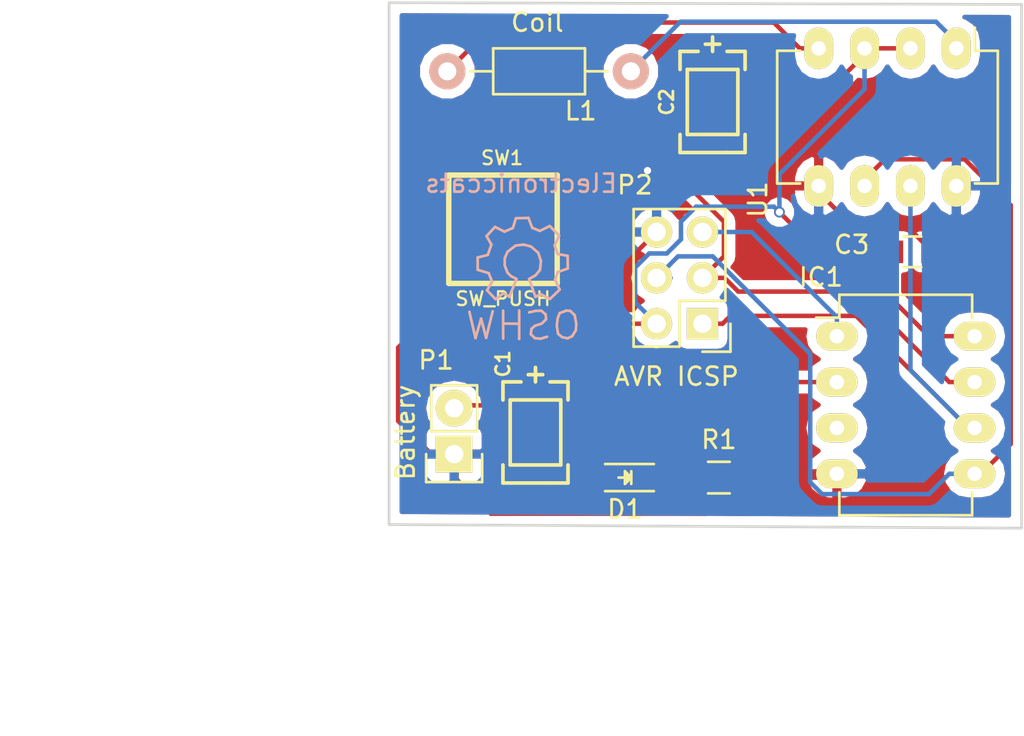
<source format=kicad_pcb>
(kicad_pcb (version 4) (host pcbnew 4.0.0~rc1a-stable)

  (general
    (links 0)
    (no_connects 28)
    (area 102.924999 78.924999 138.075001 108.175001)
    (thickness 1.6)
    (drawings 8)
    (tracks 119)
    (zones 0)
    (modules 12)
    (nets 12)
  )

  (page A4)
  (layers
    (0 F.Cu signal)
    (31 B.Cu signal)
    (32 B.Adhes user)
    (33 F.Adhes user)
    (34 B.Paste user)
    (35 F.Paste user)
    (36 B.SilkS user)
    (37 F.SilkS user)
    (38 B.Mask user)
    (39 F.Mask user)
    (40 Dwgs.User user)
    (41 Cmts.User user)
    (42 Eco1.User user)
    (43 Eco2.User user)
    (44 Edge.Cuts user)
    (45 Margin user)
    (46 B.CrtYd user)
    (47 F.CrtYd user)
    (48 B.Fab user)
    (49 F.Fab user)
  )

  (setup
    (last_trace_width 0.25)
    (trace_clearance 0.2)
    (zone_clearance 0.508)
    (zone_45_only no)
    (trace_min 0.2)
    (segment_width 0.2)
    (edge_width 0.15)
    (via_size 0.6)
    (via_drill 0.4)
    (via_min_size 0.4)
    (via_min_drill 0.3)
    (uvia_size 0.3)
    (uvia_drill 0.1)
    (uvias_allowed no)
    (uvia_min_size 0.2)
    (uvia_min_drill 0.1)
    (pcb_text_width 0.3)
    (pcb_text_size 1.5 1.5)
    (mod_edge_width 0.15)
    (mod_text_size 1 1)
    (mod_text_width 0.15)
    (pad_size 1.524 1.524)
    (pad_drill 0.762)
    (pad_to_mask_clearance 0.2)
    (aux_axis_origin 0 0)
    (visible_elements FFFFFF7F)
    (pcbplotparams
      (layerselection 0x00030_80000001)
      (usegerberextensions false)
      (excludeedgelayer true)
      (linewidth 0.100000)
      (plotframeref false)
      (viasonmask false)
      (mode 1)
      (useauxorigin false)
      (hpglpennumber 1)
      (hpglpenspeed 20)
      (hpglpendiameter 15)
      (hpglpenoverlay 2)
      (psnegative false)
      (psa4output false)
      (plotreference true)
      (plotvalue true)
      (plotinvisibletext false)
      (padsonsilk false)
      (subtractmaskfromsilk false)
      (outputformat 1)
      (mirror false)
      (drillshape 1)
      (scaleselection 1)
      (outputdirectory ""))
  )

  (net 0 "")
  (net 1 VCC)
  (net 2 GND)
  (net 3 "Net-(D1-Pad1)")
  (net 4 "Net-(D1-Pad2)")
  (net 5 /RST)
  (net 6 "Net-(IC1-Pad3)")
  (net 7 /MOSI)
  (net 8 /MISO)
  (net 9 /SCK)
  (net 10 "Net-(L1-Pad1)")
  (net 11 "Net-(L1-Pad2)")

  (net_class Default "This is the default net class."
    (clearance 0.2)
    (trace_width 0.25)
    (via_dia 0.6)
    (via_drill 0.4)
    (uvia_dia 0.3)
    (uvia_drill 0.1)
    (add_net /MISO)
    (add_net /MOSI)
    (add_net /RST)
    (add_net /SCK)
    (add_net GND)
    (add_net "Net-(D1-Pad1)")
    (add_net "Net-(D1-Pad2)")
    (add_net "Net-(IC1-Pad3)")
    (add_net "Net-(L1-Pad1)")
    (add_net "Net-(L1-Pad2)")
    (add_net VCC)
  )

  (module "theinventorhouse:1411(3528m)-B%2CM%2CH%2CT-TANTALUM" (layer F.Cu) (tedit 0) (tstamp 569FCE23)
    (at 111.1 102.8 270)
    (path /569EDA85)
    (solder_paste_margin -0.127)
    (attr smd)
    (fp_text reference C1 (at -3.8 1.8 270) (layer F.SilkS)
      (effects (font (size 0.762 0.762) (thickness 0.1524)))
    )
    (fp_text value 100uF (at 0 0 270) (layer F.SilkS) hide
      (effects (font (size 0.762 0.762) (thickness 0.1524)))
    )
    (fp_line (start 2.8 -0.8) (end 2.8 1.8) (layer F.SilkS) (width 0.2032))
    (fp_line (start 2.8 1.8) (end 1.8 1.8) (layer F.SilkS) (width 0.2032))
    (fp_line (start 1.8 -1.8) (end 2.8 -1.8) (layer F.SilkS) (width 0.2032))
    (fp_line (start 2.8 -1.8) (end 2.8 -0.8) (layer F.SilkS) (width 0.2032))
    (fp_line (start -2.8 -0.8) (end -2.8 -1.8) (layer F.SilkS) (width 0.2032))
    (fp_line (start -2.8 -1.8) (end -1.8 -1.8) (layer F.SilkS) (width 0.2032))
    (fp_line (start -2.8 0.8) (end -2.8 1.8) (layer F.SilkS) (width 0.2032))
    (fp_line (start -2.8 1.8) (end -1.8 1.8) (layer F.SilkS) (width 0.2032))
    (fp_line (start -3.2 0.4) (end -3.2 -0.4) (layer F.SilkS) (width 0.2032))
    (fp_line (start -3.6 0) (end -2.8 0) (layer F.SilkS) (width 0.2032))
    (fp_line (start -1.8 -1.4) (end -1.8 1.4) (layer F.SilkS) (width 0.2032))
    (fp_line (start -1.8 1.4) (end 1.8 1.4) (layer F.SilkS) (width 0.2032))
    (fp_line (start 1.8 1.4) (end 1.8 -1.4) (layer F.SilkS) (width 0.2032))
    (fp_line (start 1.8 -1.4) (end -1.8 -1.4) (layer F.SilkS) (width 0.2032))
    (pad 1 smd rect (at -1.5 0 270) (size 1.6 2.7) (layers F.Cu F.Paste F.Mask)
      (net 1 VCC))
    (pad 2 smd rect (at 1.5 0 270) (size 1.6 2.7) (layers F.Cu F.Paste F.Mask)
      (net 2 GND))
  )

  (module "theinventorhouse:1411(3528m)-B%2CM%2CH%2CT-TANTALUM" (layer F.Cu) (tedit 0) (tstamp 569FCE29)
    (at 120.9 84.5 270)
    (path /569FD30B)
    (solder_paste_margin -0.127)
    (attr smd)
    (fp_text reference C2 (at 0 2.54 270) (layer F.SilkS)
      (effects (font (size 0.762 0.762) (thickness 0.1524)))
    )
    (fp_text value 100uF (at 0 0 270) (layer F.SilkS) hide
      (effects (font (size 0.762 0.762) (thickness 0.1524)))
    )
    (fp_line (start 2.8 -0.8) (end 2.8 1.8) (layer F.SilkS) (width 0.2032))
    (fp_line (start 2.8 1.8) (end 1.8 1.8) (layer F.SilkS) (width 0.2032))
    (fp_line (start 1.8 -1.8) (end 2.8 -1.8) (layer F.SilkS) (width 0.2032))
    (fp_line (start 2.8 -1.8) (end 2.8 -0.8) (layer F.SilkS) (width 0.2032))
    (fp_line (start -2.8 -0.8) (end -2.8 -1.8) (layer F.SilkS) (width 0.2032))
    (fp_line (start -2.8 -1.8) (end -1.8 -1.8) (layer F.SilkS) (width 0.2032))
    (fp_line (start -2.8 0.8) (end -2.8 1.8) (layer F.SilkS) (width 0.2032))
    (fp_line (start -2.8 1.8) (end -1.8 1.8) (layer F.SilkS) (width 0.2032))
    (fp_line (start -3.2 0.4) (end -3.2 -0.4) (layer F.SilkS) (width 0.2032))
    (fp_line (start -3.6 0) (end -2.8 0) (layer F.SilkS) (width 0.2032))
    (fp_line (start -1.8 -1.4) (end -1.8 1.4) (layer F.SilkS) (width 0.2032))
    (fp_line (start -1.8 1.4) (end 1.8 1.4) (layer F.SilkS) (width 0.2032))
    (fp_line (start 1.8 1.4) (end 1.8 -1.4) (layer F.SilkS) (width 0.2032))
    (fp_line (start 1.8 -1.4) (end -1.8 -1.4) (layer F.SilkS) (width 0.2032))
    (pad 1 smd rect (at -1.5 0 270) (size 1.6 2.7) (layers F.Cu F.Paste F.Mask)
      (net 1 VCC))
    (pad 2 smd rect (at 1.5 0 270) (size 1.6 2.7) (layers F.Cu F.Paste F.Mask)
      (net 2 GND))
  )

  (module Capacitors_SMD:C_0805_HandSoldering (layer F.Cu) (tedit 541A9B8D) (tstamp 569FCE2F)
    (at 131.95 92.8)
    (descr "Capacitor SMD 0805, hand soldering")
    (tags "capacitor 0805")
    (path /569FD413)
    (attr smd)
    (fp_text reference C3 (at -3.35 -0.4) (layer F.SilkS)
      (effects (font (size 1 1) (thickness 0.15)))
    )
    (fp_text value 0.1uF (at 3.95 1.4) (layer F.Fab)
      (effects (font (size 1 1) (thickness 0.15)))
    )
    (fp_line (start -2.3 -1) (end 2.3 -1) (layer F.CrtYd) (width 0.05))
    (fp_line (start -2.3 1) (end 2.3 1) (layer F.CrtYd) (width 0.05))
    (fp_line (start -2.3 -1) (end -2.3 1) (layer F.CrtYd) (width 0.05))
    (fp_line (start 2.3 -1) (end 2.3 1) (layer F.CrtYd) (width 0.05))
    (fp_line (start 0.5 -0.85) (end -0.5 -0.85) (layer F.SilkS) (width 0.15))
    (fp_line (start -0.5 0.85) (end 0.5 0.85) (layer F.SilkS) (width 0.15))
    (pad 1 smd rect (at -1.25 0) (size 1.5 1.25) (layers F.Cu F.Paste F.Mask)
      (net 1 VCC))
    (pad 2 smd rect (at 1.25 0) (size 1.5 1.25) (layers F.Cu F.Paste F.Mask)
      (net 2 GND))
    (model Capacitors_SMD.3dshapes/C_0805_HandSoldering.wrl
      (at (xyz 0 0 0))
      (scale (xyz 1 1 1))
      (rotate (xyz 0 0 0))
    )
  )

  (module Housings_DIP:DIP-8_W7.62mm_LongPads (layer F.Cu) (tedit 54130A77) (tstamp 569FCE41)
    (at 127.78 97.47)
    (descr "8-lead dip package, row spacing 7.62 mm (300 mils), longer pads")
    (tags "dil dip 2.54 300")
    (path /569ED1F1)
    (fp_text reference IC1 (at -0.88 -3.27) (layer F.SilkS)
      (effects (font (size 1 1) (thickness 0.15)))
    )
    (fp_text value ATTINY85-P (at -2.48 3.53 90) (layer F.Fab)
      (effects (font (size 1 1) (thickness 0.15)))
    )
    (fp_line (start -1.4 -2.45) (end -1.4 10.1) (layer F.CrtYd) (width 0.05))
    (fp_line (start 9 -2.45) (end 9 10.1) (layer F.CrtYd) (width 0.05))
    (fp_line (start -1.4 -2.45) (end 9 -2.45) (layer F.CrtYd) (width 0.05))
    (fp_line (start -1.4 10.1) (end 9 10.1) (layer F.CrtYd) (width 0.05))
    (fp_line (start 0.135 -2.295) (end 0.135 -1.025) (layer F.SilkS) (width 0.15))
    (fp_line (start 7.485 -2.295) (end 7.485 -1.025) (layer F.SilkS) (width 0.15))
    (fp_line (start 7.485 9.915) (end 7.485 8.645) (layer F.SilkS) (width 0.15))
    (fp_line (start 0.135 9.915) (end 0.135 8.645) (layer F.SilkS) (width 0.15))
    (fp_line (start 0.135 -2.295) (end 7.485 -2.295) (layer F.SilkS) (width 0.15))
    (fp_line (start 0.135 9.915) (end 7.485 9.915) (layer F.SilkS) (width 0.15))
    (fp_line (start 0.135 -1.025) (end -1.15 -1.025) (layer F.SilkS) (width 0.15))
    (pad 1 thru_hole oval (at 0 0) (size 2.3 1.6) (drill 0.8) (layers *.Cu *.Mask F.SilkS)
      (net 5 /RST))
    (pad 2 thru_hole oval (at 0 2.54) (size 2.3 1.6) (drill 0.8) (layers *.Cu *.Mask F.SilkS)
      (net 4 "Net-(D1-Pad2)"))
    (pad 3 thru_hole oval (at 0 5.08) (size 2.3 1.6) (drill 0.8) (layers *.Cu *.Mask F.SilkS)
      (net 6 "Net-(IC1-Pad3)"))
    (pad 4 thru_hole oval (at 0 7.62) (size 2.3 1.6) (drill 0.8) (layers *.Cu *.Mask F.SilkS)
      (net 2 GND))
    (pad 5 thru_hole oval (at 7.62 7.62) (size 2.3 1.6) (drill 0.8) (layers *.Cu *.Mask F.SilkS)
      (net 7 /MOSI))
    (pad 6 thru_hole oval (at 7.62 5.08) (size 2.3 1.6) (drill 0.8) (layers *.Cu *.Mask F.SilkS)
      (net 8 /MISO))
    (pad 7 thru_hole oval (at 7.62 2.54) (size 2.3 1.6) (drill 0.8) (layers *.Cu *.Mask F.SilkS)
      (net 9 /SCK))
    (pad 8 thru_hole oval (at 7.62 0) (size 2.3 1.6) (drill 0.8) (layers *.Cu *.Mask F.SilkS)
      (net 1 VCC))
    (model Housings_DIP.3dshapes/DIP-8_W7.62mm_LongPads.wrl
      (at (xyz 0 0 0))
      (scale (xyz 1 1 1))
      (rotate (xyz 0 0 0))
    )
  )

  (module Resistors_ThroughHole:Resistor_Horizontal_RM10mm (layer F.Cu) (tedit 569FD137) (tstamp 569FCE47)
    (at 111.3 82.8 180)
    (descr "Resistor, Axial,  RM 10mm, 1/3W,")
    (tags "Resistor, Axial, RM 10mm, 1/3W,")
    (path /569ED295)
    (fp_text reference L1 (at -2.3 -2.2 180) (layer F.SilkS)
      (effects (font (size 1 1) (thickness 0.15)))
    )
    (fp_text value Coil (at 0.1 2.7 180) (layer F.SilkS)
      (effects (font (size 1 1) (thickness 0.15)))
    )
    (fp_line (start -2.54 -1.27) (end 2.54 -1.27) (layer F.SilkS) (width 0.15))
    (fp_line (start 2.54 -1.27) (end 2.54 1.27) (layer F.SilkS) (width 0.15))
    (fp_line (start 2.54 1.27) (end -2.54 1.27) (layer F.SilkS) (width 0.15))
    (fp_line (start -2.54 1.27) (end -2.54 -1.27) (layer F.SilkS) (width 0.15))
    (fp_line (start -2.54 0) (end -3.81 0) (layer F.SilkS) (width 0.15))
    (fp_line (start 2.54 0) (end 3.81 0) (layer F.SilkS) (width 0.15))
    (pad 1 thru_hole circle (at -5.08 0 180) (size 1.99898 1.99898) (drill 1.00076) (layers *.Cu *.SilkS *.Mask)
      (net 10 "Net-(L1-Pad1)"))
    (pad 2 thru_hole circle (at 5.08 0 180) (size 1.99898 1.99898) (drill 1.00076) (layers *.Cu *.SilkS *.Mask)
      (net 11 "Net-(L1-Pad2)"))
    (model Resistors_ThroughHole.3dshapes/Resistor_Horizontal_RM10mm.wrl
      (at (xyz 0 0 0))
      (scale (xyz 0.4 0.4 0.4))
      (rotate (xyz 0 0 0))
    )
  )

  (module Pin_Headers:Pin_Header_Straight_1x02 (layer F.Cu) (tedit 569FD1BD) (tstamp 569FCE4D)
    (at 106.6 104 180)
    (descr "Through hole pin header")
    (tags "pin header")
    (path /569FCE1A)
    (fp_text reference P1 (at 1 5.2 180) (layer F.SilkS)
      (effects (font (size 1 1) (thickness 0.15)))
    )
    (fp_text value Battery (at 2.7 1.2 270) (layer F.SilkS)
      (effects (font (size 1 1) (thickness 0.15)))
    )
    (fp_line (start 1.27 1.27) (end 1.27 3.81) (layer F.SilkS) (width 0.15))
    (fp_line (start 1.55 -1.55) (end 1.55 0) (layer F.SilkS) (width 0.15))
    (fp_line (start -1.75 -1.75) (end -1.75 4.3) (layer F.CrtYd) (width 0.05))
    (fp_line (start 1.75 -1.75) (end 1.75 4.3) (layer F.CrtYd) (width 0.05))
    (fp_line (start -1.75 -1.75) (end 1.75 -1.75) (layer F.CrtYd) (width 0.05))
    (fp_line (start -1.75 4.3) (end 1.75 4.3) (layer F.CrtYd) (width 0.05))
    (fp_line (start 1.27 1.27) (end -1.27 1.27) (layer F.SilkS) (width 0.15))
    (fp_line (start -1.55 0) (end -1.55 -1.55) (layer F.SilkS) (width 0.15))
    (fp_line (start -1.55 -1.55) (end 1.55 -1.55) (layer F.SilkS) (width 0.15))
    (fp_line (start -1.27 1.27) (end -1.27 3.81) (layer F.SilkS) (width 0.15))
    (fp_line (start -1.27 3.81) (end 1.27 3.81) (layer F.SilkS) (width 0.15))
    (pad 1 thru_hole rect (at 0 0 180) (size 2.032 2.032) (drill 1.016) (layers *.Cu *.Mask F.SilkS)
      (net 2 GND))
    (pad 2 thru_hole oval (at 0 2.54 180) (size 2.032 2.032) (drill 1.016) (layers *.Cu *.Mask F.SilkS)
      (net 1 VCC))
    (model Pin_Headers.3dshapes/Pin_Header_Straight_1x02.wrl
      (at (xyz 0 -0.05 0))
      (scale (xyz 1 1 1))
      (rotate (xyz 0 0 90))
    )
  )

  (module Pin_Headers:Pin_Header_Straight_2x03 (layer F.Cu) (tedit 569FD1D0) (tstamp 569FCE57)
    (at 120.34 96.78 180)
    (descr "Through hole pin header")
    (tags "pin header")
    (path /569FC617)
    (fp_text reference P2 (at 3.74 7.68 180) (layer F.SilkS)
      (effects (font (size 1 1) (thickness 0.15)))
    )
    (fp_text value "AVR ICSP" (at 1.44 -2.92 180) (layer F.SilkS)
      (effects (font (size 1 1) (thickness 0.15)))
    )
    (fp_line (start -1.27 1.27) (end -1.27 6.35) (layer F.SilkS) (width 0.15))
    (fp_line (start -1.55 -1.55) (end 0 -1.55) (layer F.SilkS) (width 0.15))
    (fp_line (start -1.75 -1.75) (end -1.75 6.85) (layer F.CrtYd) (width 0.05))
    (fp_line (start 4.3 -1.75) (end 4.3 6.85) (layer F.CrtYd) (width 0.05))
    (fp_line (start -1.75 -1.75) (end 4.3 -1.75) (layer F.CrtYd) (width 0.05))
    (fp_line (start -1.75 6.85) (end 4.3 6.85) (layer F.CrtYd) (width 0.05))
    (fp_line (start 1.27 -1.27) (end 1.27 1.27) (layer F.SilkS) (width 0.15))
    (fp_line (start 1.27 1.27) (end -1.27 1.27) (layer F.SilkS) (width 0.15))
    (fp_line (start -1.27 6.35) (end 3.81 6.35) (layer F.SilkS) (width 0.15))
    (fp_line (start 3.81 6.35) (end 3.81 1.27) (layer F.SilkS) (width 0.15))
    (fp_line (start -1.55 -1.55) (end -1.55 0) (layer F.SilkS) (width 0.15))
    (fp_line (start 3.81 -1.27) (end 1.27 -1.27) (layer F.SilkS) (width 0.15))
    (fp_line (start 3.81 1.27) (end 3.81 -1.27) (layer F.SilkS) (width 0.15))
    (pad 1 thru_hole rect (at 0 0 180) (size 1.7272 1.7272) (drill 1.016) (layers *.Cu *.Mask F.SilkS)
      (net 8 /MISO))
    (pad 2 thru_hole oval (at 2.54 0 180) (size 1.7272 1.7272) (drill 1.016) (layers *.Cu *.Mask F.SilkS)
      (net 1 VCC))
    (pad 3 thru_hole oval (at 0 2.54 180) (size 1.7272 1.7272) (drill 1.016) (layers *.Cu *.Mask F.SilkS)
      (net 9 /SCK))
    (pad 4 thru_hole oval (at 2.54 2.54 180) (size 1.7272 1.7272) (drill 1.016) (layers *.Cu *.Mask F.SilkS)
      (net 7 /MOSI))
    (pad 5 thru_hole oval (at 0 5.08 180) (size 1.7272 1.7272) (drill 1.016) (layers *.Cu *.Mask F.SilkS)
      (net 5 /RST))
    (pad 6 thru_hole oval (at 2.54 5.08 180) (size 1.7272 1.7272) (drill 1.016) (layers *.Cu *.Mask F.SilkS)
      (net 2 GND))
    (model Pin_Headers.3dshapes/Pin_Header_Straight_2x03.wrl
      (at (xyz 0.05 -0.1 0))
      (scale (xyz 1 1 1))
      (rotate (xyz 0 0 90))
    )
  )

  (module open-project:SW_PUSH_SMD (layer F.Cu) (tedit 514E2F98) (tstamp 569FCE65)
    (at 109.30204 91.5479)
    (path /569EE4CB)
    (fp_text reference SW1 (at -0.05 -3.95) (layer F.SilkS)
      (effects (font (size 0.762 0.762) (thickness 0.127)))
    )
    (fp_text value SW_PUSH (at 0 3.85) (layer F.SilkS)
      (effects (font (size 0.762 0.762) (thickness 0.127)))
    )
    (fp_line (start -2.99974 -2.99974) (end 2.99974 -2.99974) (layer F.SilkS) (width 0.29972))
    (fp_line (start 2.99974 -2.99974) (end 2.99974 2.99974) (layer F.SilkS) (width 0.29972))
    (fp_line (start 2.99974 2.99974) (end -2.99974 2.99974) (layer F.SilkS) (width 0.29972))
    (fp_line (start -2.99974 2.99974) (end -2.99974 -2.99974) (layer F.SilkS) (width 0.29972))
    (pad 1 smd rect (at -3.99796 -2.2479) (size 1.5494 1.2954) (layers F.Cu F.Paste F.Mask)
      (net 9 /SCK))
    (pad 1 smd rect (at 3.99796 -2.2479) (size 1.5494 1.2954) (layers F.Cu F.Paste F.Mask)
      (net 9 /SCK))
    (pad 2 smd rect (at 3.99796 2.2479) (size 1.5494 1.2954) (layers F.Cu F.Paste F.Mask)
      (net 2 GND))
    (pad 2 smd rect (at -3.99796 2.2479) (size 1.5494 1.2954) (layers F.Cu F.Paste F.Mask)
      (net 2 GND))
  )

  (module Housings_DIP:DIP-8_W7.62mm_LongPads (layer F.Cu) (tedit 54130A77) (tstamp 569FCE71)
    (at 134.39 81.53 270)
    (descr "8-lead dip package, row spacing 7.62 mm (300 mils), longer pads")
    (tags "dil dip 2.54 300")
    (path /569ED633)
    (fp_text reference U1 (at 8.37 10.99 270) (layer F.SilkS)
      (effects (font (size 1 1) (thickness 0.15)))
    )
    (fp_text value L9110 (at 3.57 3.79 360) (layer F.Fab)
      (effects (font (size 1 1) (thickness 0.15)))
    )
    (fp_line (start -1.4 -2.45) (end -1.4 10.1) (layer F.CrtYd) (width 0.05))
    (fp_line (start 9 -2.45) (end 9 10.1) (layer F.CrtYd) (width 0.05))
    (fp_line (start -1.4 -2.45) (end 9 -2.45) (layer F.CrtYd) (width 0.05))
    (fp_line (start -1.4 10.1) (end 9 10.1) (layer F.CrtYd) (width 0.05))
    (fp_line (start 0.135 -2.295) (end 0.135 -1.025) (layer F.SilkS) (width 0.15))
    (fp_line (start 7.485 -2.295) (end 7.485 -1.025) (layer F.SilkS) (width 0.15))
    (fp_line (start 7.485 9.915) (end 7.485 8.645) (layer F.SilkS) (width 0.15))
    (fp_line (start 0.135 9.915) (end 0.135 8.645) (layer F.SilkS) (width 0.15))
    (fp_line (start 0.135 -2.295) (end 7.485 -2.295) (layer F.SilkS) (width 0.15))
    (fp_line (start 0.135 9.915) (end 7.485 9.915) (layer F.SilkS) (width 0.15))
    (fp_line (start 0.135 -1.025) (end -1.15 -1.025) (layer F.SilkS) (width 0.15))
    (pad 1 thru_hole oval (at 0 0 270) (size 2.3 1.6) (drill 0.8) (layers *.Cu *.Mask F.SilkS)
      (net 10 "Net-(L1-Pad1)"))
    (pad 2 thru_hole oval (at 0 2.54 270) (size 2.3 1.6) (drill 0.8) (layers *.Cu *.Mask F.SilkS)
      (net 1 VCC))
    (pad 3 thru_hole oval (at 0 5.08 270) (size 2.3 1.6) (drill 0.8) (layers *.Cu *.Mask F.SilkS)
      (net 1 VCC))
    (pad 4 thru_hole oval (at 0 7.62 270) (size 2.3 1.6) (drill 0.8) (layers *.Cu *.Mask F.SilkS)
      (net 11 "Net-(L1-Pad2)"))
    (pad 5 thru_hole oval (at 7.62 7.62 270) (size 2.3 1.6) (drill 0.8) (layers *.Cu *.Mask F.SilkS)
      (net 2 GND))
    (pad 6 thru_hole oval (at 7.62 5.08 270) (size 2.3 1.6) (drill 0.8) (layers *.Cu *.Mask F.SilkS)
      (net 7 /MOSI))
    (pad 7 thru_hole oval (at 7.62 2.54 270) (size 2.3 1.6) (drill 0.8) (layers *.Cu *.Mask F.SilkS)
      (net 8 /MISO))
    (pad 8 thru_hole oval (at 7.62 0 270) (size 2.3 1.6) (drill 0.8) (layers *.Cu *.Mask F.SilkS)
      (net 2 GND))
    (model Housings_DIP.3dshapes/DIP-8_W7.62mm_LongPads.wrl
      (at (xyz 0 0 0))
      (scale (xyz 1 1 1))
      (rotate (xyz 0 0 0))
    )
  )

  (module LEDs:LED-0805 (layer F.Cu) (tedit 55BDE1C2) (tstamp 569FCF9B)
    (at 116.05098 105.3 180)
    (descr "LED 0805 smd package")
    (tags "LED 0805 SMD")
    (path /569ED258)
    (attr smd)
    (fp_text reference D1 (at 0 -1.75 180) (layer F.SilkS)
      (effects (font (size 1 1) (thickness 0.15)))
    )
    (fp_text value LED (at 0 1.75 180) (layer F.Fab)
      (effects (font (size 1 1) (thickness 0.15)))
    )
    (fp_line (start -1.6 0.75) (end 1.1 0.75) (layer F.SilkS) (width 0.15))
    (fp_line (start -1.6 -0.75) (end 1.1 -0.75) (layer F.SilkS) (width 0.15))
    (fp_line (start -0.1 0.15) (end -0.1 -0.1) (layer F.SilkS) (width 0.15))
    (fp_line (start -0.1 -0.1) (end -0.25 0.05) (layer F.SilkS) (width 0.15))
    (fp_line (start -0.35 -0.35) (end -0.35 0.35) (layer F.SilkS) (width 0.15))
    (fp_line (start 0 0) (end 0.35 0) (layer F.SilkS) (width 0.15))
    (fp_line (start -0.35 0) (end 0 -0.35) (layer F.SilkS) (width 0.15))
    (fp_line (start 0 -0.35) (end 0 0.35) (layer F.SilkS) (width 0.15))
    (fp_line (start 0 0.35) (end -0.35 0) (layer F.SilkS) (width 0.15))
    (fp_line (start 1.9 -0.95) (end 1.9 0.95) (layer F.CrtYd) (width 0.05))
    (fp_line (start 1.9 0.95) (end -1.9 0.95) (layer F.CrtYd) (width 0.05))
    (fp_line (start -1.9 0.95) (end -1.9 -0.95) (layer F.CrtYd) (width 0.05))
    (fp_line (start -1.9 -0.95) (end 1.9 -0.95) (layer F.CrtYd) (width 0.05))
    (pad 2 smd rect (at 1.04902 0) (size 1.19888 1.19888) (layers F.Cu F.Paste F.Mask)
      (net 4 "Net-(D1-Pad2)"))
    (pad 1 smd rect (at -1.04902 0) (size 1.19888 1.19888) (layers F.Cu F.Paste F.Mask)
      (net 3 "Net-(D1-Pad1)"))
    (model LEDs.3dshapes/LED-0805.wrl
      (at (xyz 0 0 0))
      (scale (xyz 1 1 1))
      (rotate (xyz 0 0 0))
    )
  )

  (module Resistors_SMD:R_0805_HandSoldering (layer F.Cu) (tedit 54189DEE) (tstamp 569FCFA1)
    (at 121.25 105.3)
    (descr "Resistor SMD 0805, hand soldering")
    (tags "resistor 0805")
    (path /569ED2D4)
    (attr smd)
    (fp_text reference R1 (at 0 -2.1) (layer F.SilkS)
      (effects (font (size 1 1) (thickness 0.15)))
    )
    (fp_text value 1K (at 0 2.1) (layer F.Fab)
      (effects (font (size 1 1) (thickness 0.15)))
    )
    (fp_line (start -2.4 -1) (end 2.4 -1) (layer F.CrtYd) (width 0.05))
    (fp_line (start -2.4 1) (end 2.4 1) (layer F.CrtYd) (width 0.05))
    (fp_line (start -2.4 -1) (end -2.4 1) (layer F.CrtYd) (width 0.05))
    (fp_line (start 2.4 -1) (end 2.4 1) (layer F.CrtYd) (width 0.05))
    (fp_line (start 0.6 0.875) (end -0.6 0.875) (layer F.SilkS) (width 0.15))
    (fp_line (start -0.6 -0.875) (end 0.6 -0.875) (layer F.SilkS) (width 0.15))
    (pad 1 smd rect (at -1.35 0) (size 1.5 1.3) (layers F.Cu F.Paste F.Mask)
      (net 3 "Net-(D1-Pad1)"))
    (pad 2 smd rect (at 1.35 0) (size 1.5 1.3) (layers F.Cu F.Paste F.Mask)
      (net 2 GND))
    (model Resistors_SMD.3dshapes/R_0805_HandSoldering.wrl
      (at (xyz 0 0 0))
      (scale (xyz 1 1 1))
      (rotate (xyz 0 0 0))
    )
  )

  (module Symbols:Symbol_OSHW-Logo_SilkScreen (layer B.Cu) (tedit 569FDA3A) (tstamp 569FD9C0)
    (at 110.4 93.4 180)
    (descr "Symbol, OSHW-Logo, Silk Screen,")
    (tags "Symbol, OSHW-Logo, Silk Screen,")
    (fp_text reference Electroniccats (at 0.09906 4.38912 180) (layer B.SilkS)
      (effects (font (size 1 1) (thickness 0.15)) (justify mirror))
    )
    (fp_text value OSHW-Logo (at 0.30988 -6.56082 180) (layer B.Fab)
      (effects (font (size 1 1) (thickness 0.15)) (justify mirror))
    )
    (fp_line (start 1.66878 -2.68986) (end 2.02946 -4.16052) (layer B.SilkS) (width 0.15))
    (fp_line (start 2.02946 -4.16052) (end 2.30886 -3.0988) (layer B.SilkS) (width 0.15))
    (fp_line (start 2.30886 -3.0988) (end 2.61874 -4.17068) (layer B.SilkS) (width 0.15))
    (fp_line (start 2.61874 -4.17068) (end 2.9591 -2.72034) (layer B.SilkS) (width 0.15))
    (fp_line (start 0.24892 -3.38074) (end 1.03886 -3.37058) (layer B.SilkS) (width 0.15))
    (fp_line (start 1.03886 -3.37058) (end 1.04902 -3.38074) (layer B.SilkS) (width 0.15))
    (fp_line (start 1.04902 -3.38074) (end 1.04902 -3.37058) (layer B.SilkS) (width 0.15))
    (fp_line (start 1.08966 -2.65938) (end 1.08966 -4.20116) (layer B.SilkS) (width 0.15))
    (fp_line (start 0.20066 -2.64922) (end 0.20066 -4.21894) (layer B.SilkS) (width 0.15))
    (fp_line (start 0.20066 -4.21894) (end 0.21082 -4.20878) (layer B.SilkS) (width 0.15))
    (fp_line (start -0.35052 -2.75082) (end -0.70104 -2.66954) (layer B.SilkS) (width 0.15))
    (fp_line (start -0.70104 -2.66954) (end -1.02108 -2.65938) (layer B.SilkS) (width 0.15))
    (fp_line (start -1.02108 -2.65938) (end -1.25984 -2.86004) (layer B.SilkS) (width 0.15))
    (fp_line (start -1.25984 -2.86004) (end -1.29032 -3.12928) (layer B.SilkS) (width 0.15))
    (fp_line (start -1.29032 -3.12928) (end -1.04902 -3.37058) (layer B.SilkS) (width 0.15))
    (fp_line (start -1.04902 -3.37058) (end -0.6604 -3.50012) (layer B.SilkS) (width 0.15))
    (fp_line (start -0.6604 -3.50012) (end -0.48006 -3.66014) (layer B.SilkS) (width 0.15))
    (fp_line (start -0.48006 -3.66014) (end -0.43942 -3.95986) (layer B.SilkS) (width 0.15))
    (fp_line (start -0.43942 -3.95986) (end -0.67056 -4.18084) (layer B.SilkS) (width 0.15))
    (fp_line (start -0.67056 -4.18084) (end -0.9906 -4.20878) (layer B.SilkS) (width 0.15))
    (fp_line (start -0.9906 -4.20878) (end -1.34112 -4.09956) (layer B.SilkS) (width 0.15))
    (fp_line (start -2.37998 -2.64922) (end -2.6289 -2.66954) (layer B.SilkS) (width 0.15))
    (fp_line (start -2.6289 -2.66954) (end -2.8702 -2.91084) (layer B.SilkS) (width 0.15))
    (fp_line (start -2.8702 -2.91084) (end -2.9591 -3.40106) (layer B.SilkS) (width 0.15))
    (fp_line (start -2.9591 -3.40106) (end -2.93116 -3.74904) (layer B.SilkS) (width 0.15))
    (fp_line (start -2.93116 -3.74904) (end -2.7305 -4.06908) (layer B.SilkS) (width 0.15))
    (fp_line (start -2.7305 -4.06908) (end -2.47904 -4.191) (layer B.SilkS) (width 0.15))
    (fp_line (start -2.47904 -4.191) (end -2.16916 -4.11988) (layer B.SilkS) (width 0.15))
    (fp_line (start -2.16916 -4.11988) (end -1.95072 -3.93954) (layer B.SilkS) (width 0.15))
    (fp_line (start -1.95072 -3.93954) (end -1.8796 -3.4798) (layer B.SilkS) (width 0.15))
    (fp_line (start -1.8796 -3.4798) (end -1.9304 -3.07086) (layer B.SilkS) (width 0.15))
    (fp_line (start -1.9304 -3.07086) (end -2.03962 -2.78892) (layer B.SilkS) (width 0.15))
    (fp_line (start -2.03962 -2.78892) (end -2.4003 -2.65938) (layer B.SilkS) (width 0.15))
    (fp_line (start -1.78054 -0.92964) (end -2.03962 -1.49098) (layer B.SilkS) (width 0.15))
    (fp_line (start -2.03962 -1.49098) (end -1.50114 -2.00914) (layer B.SilkS) (width 0.15))
    (fp_line (start -1.50114 -2.00914) (end -0.98044 -1.7399) (layer B.SilkS) (width 0.15))
    (fp_line (start -0.98044 -1.7399) (end -0.70104 -1.89992) (layer B.SilkS) (width 0.15))
    (fp_line (start 0.73914 -1.8796) (end 1.06934 -1.6891) (layer B.SilkS) (width 0.15))
    (fp_line (start 1.06934 -1.6891) (end 1.50876 -2.0193) (layer B.SilkS) (width 0.15))
    (fp_line (start 1.50876 -2.0193) (end 1.9812 -1.52908) (layer B.SilkS) (width 0.15))
    (fp_line (start 1.9812 -1.52908) (end 1.69926 -1.04902) (layer B.SilkS) (width 0.15))
    (fp_line (start 1.69926 -1.04902) (end 1.88976 -0.57912) (layer B.SilkS) (width 0.15))
    (fp_line (start 1.88976 -0.57912) (end 2.49936 -0.39116) (layer B.SilkS) (width 0.15))
    (fp_line (start 2.49936 -0.39116) (end 2.49936 0.28956) (layer B.SilkS) (width 0.15))
    (fp_line (start 2.49936 0.28956) (end 1.94056 0.42926) (layer B.SilkS) (width 0.15))
    (fp_line (start 1.94056 0.42926) (end 1.7399 1.00076) (layer B.SilkS) (width 0.15))
    (fp_line (start 1.7399 1.00076) (end 2.00914 1.47066) (layer B.SilkS) (width 0.15))
    (fp_line (start 2.00914 1.47066) (end 1.53924 1.9812) (layer B.SilkS) (width 0.15))
    (fp_line (start 1.53924 1.9812) (end 1.02108 1.71958) (layer B.SilkS) (width 0.15))
    (fp_line (start 1.02108 1.71958) (end 0.55118 1.92024) (layer B.SilkS) (width 0.15))
    (fp_line (start 0.55118 1.92024) (end 0.381 2.46126) (layer B.SilkS) (width 0.15))
    (fp_line (start 0.381 2.46126) (end -0.30988 2.47904) (layer B.SilkS) (width 0.15))
    (fp_line (start -0.30988 2.47904) (end -0.5207 1.9304) (layer B.SilkS) (width 0.15))
    (fp_line (start -0.5207 1.9304) (end -0.9398 1.76022) (layer B.SilkS) (width 0.15))
    (fp_line (start -0.9398 1.76022) (end -1.49098 2.02946) (layer B.SilkS) (width 0.15))
    (fp_line (start -1.49098 2.02946) (end -2.00914 1.50114) (layer B.SilkS) (width 0.15))
    (fp_line (start -2.00914 1.50114) (end -1.76022 0.96012) (layer B.SilkS) (width 0.15))
    (fp_line (start -1.76022 0.96012) (end -1.9304 0.48006) (layer B.SilkS) (width 0.15))
    (fp_line (start -1.9304 0.48006) (end -2.47904 0.381) (layer B.SilkS) (width 0.15))
    (fp_line (start -2.47904 0.381) (end -2.4892 -0.32004) (layer B.SilkS) (width 0.15))
    (fp_line (start -2.4892 -0.32004) (end -1.9304 -0.5207) (layer B.SilkS) (width 0.15))
    (fp_line (start -1.9304 -0.5207) (end -1.7907 -0.91948) (layer B.SilkS) (width 0.15))
    (fp_line (start 0.35052 -0.89916) (end 0.65024 -0.7493) (layer B.SilkS) (width 0.15))
    (fp_line (start 0.65024 -0.7493) (end 0.8509 -0.55118) (layer B.SilkS) (width 0.15))
    (fp_line (start 0.8509 -0.55118) (end 1.00076 -0.14986) (layer B.SilkS) (width 0.15))
    (fp_line (start 1.00076 -0.14986) (end 1.00076 0.24892) (layer B.SilkS) (width 0.15))
    (fp_line (start 1.00076 0.24892) (end 0.8509 0.59944) (layer B.SilkS) (width 0.15))
    (fp_line (start 0.8509 0.59944) (end 0.39878 0.94996) (layer B.SilkS) (width 0.15))
    (fp_line (start 0.39878 0.94996) (end -0.0508 1.00076) (layer B.SilkS) (width 0.15))
    (fp_line (start -0.0508 1.00076) (end -0.44958 0.89916) (layer B.SilkS) (width 0.15))
    (fp_line (start -0.44958 0.89916) (end -0.8509 0.55118) (layer B.SilkS) (width 0.15))
    (fp_line (start -0.8509 0.55118) (end -1.00076 0.09906) (layer B.SilkS) (width 0.15))
    (fp_line (start -1.00076 0.09906) (end -0.94996 -0.39878) (layer B.SilkS) (width 0.15))
    (fp_line (start -0.94996 -0.39878) (end -0.70104 -0.70104) (layer B.SilkS) (width 0.15))
    (fp_line (start -0.70104 -0.70104) (end -0.35052 -0.89916) (layer B.SilkS) (width 0.15))
    (fp_line (start -0.35052 -0.89916) (end -0.70104 -1.89992) (layer B.SilkS) (width 0.15))
    (fp_line (start 0.35052 -0.89916) (end 0.7493 -1.89992) (layer B.SilkS) (width 0.15))
  )

  (gr_line (start 138 79.1) (end 138 108.1) (layer Edge.Cuts) (width 0.15))
  (gr_line (start 103 79) (end 138 79.1) (layer Edge.Cuts) (width 0.15))
  (gr_line (start 103 107.9) (end 103 79) (layer Edge.Cuts) (width 0.15))
  (gr_line (start 138 108.1) (end 103 107.9) (layer Edge.Cuts) (width 0.15))
  (dimension 30.000667 (width 0.3) (layer Margin)
    (gr_text "30.001 mm" (at 87.752653 93.997684 89.6180338) (layer Margin)
      (effects (font (size 1.5 1.5) (thickness 0.3)))
    )
    (feature1 (pts (xy 103.2 79.1) (xy 86.502683 78.988684)))
    (feature2 (pts (xy 103 109.1) (xy 86.302683 108.988684)))
    (crossbar (pts (xy 89.002623 109.006684) (xy 89.202623 79.006684)))
    (arrow1a (pts (xy 89.202623 79.006684) (xy 89.781521 80.137072)))
    (arrow1b (pts (xy 89.202623 79.006684) (xy 88.608705 80.129253)))
    (arrow2a (pts (xy 89.002623 109.006684) (xy 89.596541 107.884115)))
    (arrow2b (pts (xy 89.002623 109.006684) (xy 88.423725 107.876296)))
  )
  (dimension 35.000143 (width 0.3) (layer Margin)
    (gr_text "35.000 mm" (at 120.467862 120.198485 359.8362982) (layer Margin)
      (effects (font (size 1.5 1.5) (thickness 0.3)))
    )
    (feature1 (pts (xy 103 108.9) (xy 102.964005 121.49848)))
    (feature2 (pts (xy 138 109) (xy 137.964005 121.59848)))
    (crossbar (pts (xy 137.971719 118.898491) (xy 102.971719 118.798491)))
    (arrow1a (pts (xy 102.971719 118.798491) (xy 104.099894 118.215291)))
    (arrow1b (pts (xy 102.971719 118.798491) (xy 104.096543 119.388128)))
    (arrow2a (pts (xy 137.971719 118.898491) (xy 136.846895 118.308854)))
    (arrow2b (pts (xy 137.971719 118.898491) (xy 136.843544 119.481691)))
  )
  (dimension 37.900528 (width 0.3) (layer Margin)
    (gr_text "37.901 mm" (at 118.977187 114.251985 0.302349592) (layer Margin)
      (effects (font (size 1.5 1.5) (thickness 0.3)))
    )
    (feature1 (pts (xy 137.9 109) (xy 137.934311 115.501966)))
    (feature2 (pts (xy 100 109.2) (xy 100.034311 115.701966)))
    (crossbar (pts (xy 100.020063 113.002004) (xy 137.920063 112.802004)))
    (arrow1a (pts (xy 137.920063 112.802004) (xy 136.796669 113.394361)))
    (arrow1b (pts (xy 137.920063 112.802004) (xy 136.79048 112.221536)))
    (arrow2a (pts (xy 100.020063 113.002004) (xy 101.149646 113.582472)))
    (arrow2b (pts (xy 100.020063 113.002004) (xy 101.143457 112.409647)))
  )
  (dimension 30.100166 (width 0.3) (layer Margin)
    (gr_text "30.100 mm" (at 93.299401 94.271763 270.1903507) (layer Margin)
      (effects (font (size 1.5 1.5) (thickness 0.3)))
    )
    (feature1 (pts (xy 99.8 79.2) (xy 91.899409 79.226248)))
    (feature2 (pts (xy 99.9 109.3) (xy 91.999409 109.326248)))
    (crossbar (pts (xy 94.699394 109.317278) (xy 94.599394 79.217278)))
    (arrow1a (pts (xy 94.599394 79.217278) (xy 95.189554 80.341827)))
    (arrow1b (pts (xy 94.599394 79.217278) (xy 94.016719 80.345724)))
    (arrow2a (pts (xy 94.699394 109.317278) (xy 95.282069 108.188832)))
    (arrow2b (pts (xy 94.699394 109.317278) (xy 94.109234 108.192729)))
  )

  (segment (start 117.8 96.78) (end 116.611399 95.591399) (width 0.25) (layer B.Cu) (net 1))
  (segment (start 116.611399 95.591399) (end 116.611399 93.669471) (width 0.25) (layer B.Cu) (net 1))
  (segment (start 116.611399 93.669471) (end 117.392269 92.888601) (width 0.25) (layer B.Cu) (net 1))
  (segment (start 118.370529 92.888601) (end 119.151399 92.107731) (width 0.25) (layer B.Cu) (net 1))
  (segment (start 117.392269 92.888601) (end 118.370529 92.888601) (width 0.25) (layer B.Cu) (net 1))
  (segment (start 119.151399 92.107731) (end 119.151399 91.129471) (width 0.25) (layer B.Cu) (net 1))
  (segment (start 119.151399 91.129471) (end 119.980869 90.300001) (width 0.25) (layer B.Cu) (net 1))
  (segment (start 119.980869 90.300001) (end 124.300001 90.300001) (width 0.25) (layer B.Cu) (net 1))
  (segment (start 124.300001 90.300001) (end 124.6 90.6) (width 0.25) (layer B.Cu) (net 1))
  (segment (start 124.6 88.5) (end 129.31 83.79) (width 0.25) (layer B.Cu) (net 1))
  (segment (start 129.31 83.79) (end 129.31 81.53) (width 0.25) (layer B.Cu) (net 1))
  (segment (start 124.6 90.6) (end 124.6 88.5) (width 0.25) (layer B.Cu) (net 1))
  (segment (start 130.7 92.8) (end 126.8 92.8) (width 0.25) (layer F.Cu) (net 1))
  (segment (start 126.8 92.8) (end 124.6 90.6) (width 0.25) (layer F.Cu) (net 1))
  (via (at 124.6 90.6) (size 0.6) (drill 0.4) (layers F.Cu B.Cu) (net 1))
  (segment (start 129.31 81.53) (end 130.36 81.53) (width 0.25) (layer F.Cu) (net 1))
  (segment (start 130.36 81.53) (end 131.85 81.53) (width 0.25) (layer F.Cu) (net 1))
  (segment (start 123 83.5) (end 127.69 83.5) (width 0.25) (layer F.Cu) (net 1))
  (segment (start 127.69 83.5) (end 129.31 81.88) (width 0.25) (layer F.Cu) (net 1))
  (segment (start 129.31 81.88) (end 129.31 81.53) (width 0.25) (layer F.Cu) (net 1))
  (segment (start 120.9 83) (end 122.5 83) (width 0.25) (layer F.Cu) (net 1))
  (segment (start 122.5 83) (end 123 83.5) (width 0.25) (layer F.Cu) (net 1))
  (segment (start 111.1 101.3) (end 106.76 101.3) (width 0.25) (layer F.Cu) (net 1))
  (segment (start 106.76 101.3) (end 106.6 101.46) (width 0.25) (layer F.Cu) (net 1))
  (segment (start 117.8 96.78) (end 114.57 96.78) (width 0.25) (layer F.Cu) (net 1))
  (segment (start 114.57 96.78) (end 111.1 100.25) (width 0.25) (layer F.Cu) (net 1))
  (segment (start 111.1 100.25) (end 111.1 101.3) (width 0.25) (layer F.Cu) (net 1))
  (segment (start 130.7 95.3) (end 132.87 97.47) (width 0.25) (layer F.Cu) (net 1))
  (segment (start 132.87 97.47) (end 135.4 97.47) (width 0.25) (layer F.Cu) (net 1))
  (segment (start 130.7 92.8) (end 130.7 95.3) (width 0.25) (layer F.Cu) (net 1))
  (segment (start 117.3 88.3) (end 119.6 86) (width 0.25) (layer F.Cu) (net 2))
  (segment (start 119.6 86) (end 120.9 86) (width 0.25) (layer F.Cu) (net 2))
  (segment (start 117.8 91.7) (end 117.8 88.8) (width 0.25) (layer B.Cu) (net 2))
  (segment (start 117.8 88.8) (end 117.3 88.3) (width 0.25) (layer B.Cu) (net 2))
  (via (at 117.3 88.3) (size 0.6) (drill 0.4) (layers F.Cu B.Cu) (net 2))
  (segment (start 106.6 105.266) (end 108.534929 107.200929) (width 0.25) (layer F.Cu) (net 2))
  (segment (start 108.534929 107.200929) (end 108.634 107.3) (width 0.25) (layer F.Cu) (net 2))
  (segment (start 111.1 104.3) (end 111.1 105.35) (width 0.25) (layer F.Cu) (net 2))
  (segment (start 111.1 105.35) (end 109.249071 107.200929) (width 0.25) (layer F.Cu) (net 2))
  (segment (start 109.249071 107.200929) (end 108.534929 107.200929) (width 0.25) (layer F.Cu) (net 2))
  (segment (start 108.634 107.3) (end 120.5 107.3) (width 0.25) (layer F.Cu) (net 2))
  (segment (start 120.5 107.3) (end 122.5 105.3) (width 0.25) (layer F.Cu) (net 2))
  (segment (start 122.5 105.3) (end 122.6 105.3) (width 0.25) (layer F.Cu) (net 2))
  (segment (start 106.6 104) (end 106.6 105.266) (width 0.25) (layer F.Cu) (net 2))
  (segment (start 131.775 91.5) (end 128.77 91.5) (width 0.25) (layer F.Cu) (net 2))
  (segment (start 128.77 91.5) (end 126.77 89.5) (width 0.25) (layer F.Cu) (net 2))
  (segment (start 126.77 89.5) (end 126.77 89.15) (width 0.25) (layer F.Cu) (net 2))
  (segment (start 133.2 92.8) (end 133.075 92.8) (width 0.25) (layer F.Cu) (net 2))
  (segment (start 133.075 92.8) (end 131.775 91.5) (width 0.25) (layer F.Cu) (net 2))
  (segment (start 126.77 89.15) (end 123 89.15) (width 0.25) (layer F.Cu) (net 2))
  (segment (start 123 89.15) (end 120.9 87.05) (width 0.25) (layer F.Cu) (net 2))
  (segment (start 120.9 87.05) (end 120.9 86) (width 0.25) (layer F.Cu) (net 2))
  (segment (start 113.3 93.7958) (end 112.2753 93.7958) (width 0.25) (layer F.Cu) (net 2))
  (segment (start 112.2753 93.7958) (end 105.30408 93.7958) (width 0.25) (layer F.Cu) (net 2))
  (segment (start 113.3 93.7958) (end 115.7042 93.7958) (width 0.25) (layer F.Cu) (net 2))
  (segment (start 115.7042 93.7958) (end 117.8 91.7) (width 0.25) (layer F.Cu) (net 2))
  (segment (start 103.5 98.1) (end 103.5 102.166) (width 0.25) (layer F.Cu) (net 2))
  (segment (start 103.5 102.166) (end 105.334 104) (width 0.25) (layer F.Cu) (net 2))
  (segment (start 105.334 104) (end 106.6 104) (width 0.25) (layer F.Cu) (net 2))
  (segment (start 105.30408 96.29592) (end 103.5 98.1) (width 0.25) (layer F.Cu) (net 2))
  (segment (start 105.30408 93.7958) (end 105.30408 96.29592) (width 0.25) (layer F.Cu) (net 2))
  (segment (start 122.6 105.3) (end 127.57 105.3) (width 0.25) (layer F.Cu) (net 2))
  (segment (start 127.57 105.3) (end 127.78 105.09) (width 0.25) (layer F.Cu) (net 2))
  (segment (start 133.2 92.8) (end 133.2 91.925) (width 0.25) (layer F.Cu) (net 2))
  (segment (start 133.2 91.925) (end 134.39 90.735) (width 0.25) (layer F.Cu) (net 2))
  (segment (start 134.39 90.735) (end 134.39 89.15) (width 0.25) (layer F.Cu) (net 2))
  (segment (start 117.1 105.3) (end 119.9 105.3) (width 0.25) (layer F.Cu) (net 3))
  (segment (start 115.00196 105.3) (end 115.00196 104.45056) (width 0.25) (layer F.Cu) (net 4))
  (segment (start 115.00196 104.45056) (end 119.44252 100.01) (width 0.25) (layer F.Cu) (net 4))
  (segment (start 119.44252 100.01) (end 126.38 100.01) (width 0.25) (layer F.Cu) (net 4))
  (segment (start 126.38 100.01) (end 127.78 100.01) (width 0.25) (layer F.Cu) (net 4))
  (segment (start 120.34 91.7) (end 123.06 91.7) (width 0.25) (layer B.Cu) (net 5))
  (segment (start 123.06 91.7) (end 127.78 96.42) (width 0.25) (layer B.Cu) (net 5))
  (segment (start 127.78 96.42) (end 127.78 97.47) (width 0.25) (layer B.Cu) (net 5))
  (segment (start 117.8 94.24) (end 118.988601 93.051399) (width 0.25) (layer B.Cu) (net 7))
  (segment (start 126.964006 106.21501) (end 132.87499 106.21501) (width 0.25) (layer B.Cu) (net 7))
  (segment (start 118.988601 93.051399) (end 120.910529 93.051399) (width 0.25) (layer B.Cu) (net 7))
  (segment (start 132.87499 106.21501) (end 134 105.09) (width 0.25) (layer B.Cu) (net 7))
  (segment (start 134 105.09) (end 135.4 105.09) (width 0.25) (layer B.Cu) (net 7))
  (segment (start 120.910529 93.051399) (end 126.30499 98.44586) (width 0.25) (layer B.Cu) (net 7))
  (segment (start 126.30499 98.44586) (end 126.30499 105.555994) (width 0.25) (layer B.Cu) (net 7))
  (segment (start 126.30499 105.555994) (end 126.964006 106.21501) (width 0.25) (layer B.Cu) (net 7))
  (segment (start 117.8 94.24) (end 118.58087 94.24) (width 0.25) (layer B.Cu) (net 7))
  (segment (start 129.31 89.5) (end 129.31 89.15) (width 0.25) (layer B.Cu) (net 7))
  (segment (start 137.4 90.218996) (end 137.4 103.44) (width 0.25) (layer F.Cu) (net 7))
  (segment (start 137.4 103.44) (end 135.75 105.09) (width 0.25) (layer F.Cu) (net 7))
  (segment (start 135.75 105.09) (end 135.4 105.09) (width 0.25) (layer F.Cu) (net 7))
  (segment (start 129.31 89.15) (end 129.31 88.8) (width 0.25) (layer F.Cu) (net 7))
  (segment (start 129.31 88.8) (end 130.43501 87.67499) (width 0.25) (layer F.Cu) (net 7))
  (segment (start 130.43501 87.67499) (end 134.855994 87.67499) (width 0.25) (layer F.Cu) (net 7))
  (segment (start 134.855994 87.67499) (end 137.4 90.218996) (width 0.25) (layer F.Cu) (net 7))
  (segment (start 131.85 89.15) (end 131.85 99.35) (width 0.25) (layer B.Cu) (net 8))
  (segment (start 131.85 99.35) (end 135.05 102.55) (width 0.25) (layer B.Cu) (net 8))
  (segment (start 135.05 102.55) (end 135.4 102.55) (width 0.25) (layer B.Cu) (net 8))
  (segment (start 120.34 96.78) (end 121.4536 96.78) (width 0.25) (layer F.Cu) (net 8))
  (segment (start 121.4536 96.78) (end 121.88861 96.34499) (width 0.25) (layer F.Cu) (net 8))
  (segment (start 121.88861 96.34499) (end 128.84499 96.34499) (width 0.25) (layer F.Cu) (net 8))
  (segment (start 128.84499 96.34499) (end 135.05 102.55) (width 0.25) (layer F.Cu) (net 8))
  (segment (start 135.05 102.55) (end 135.4 102.55) (width 0.25) (layer F.Cu) (net 8))
  (segment (start 122.321314 95) (end 128.99 95) (width 0.25) (layer F.Cu) (net 9))
  (segment (start 128.99 95) (end 134 100.01) (width 0.25) (layer F.Cu) (net 9))
  (segment (start 134 100.01) (end 135.4 100.01) (width 0.25) (layer F.Cu) (net 9))
  (segment (start 120.34 94.24) (end 121.561314 94.24) (width 0.25) (layer F.Cu) (net 9))
  (segment (start 121.561314 94.24) (end 122.321314 95) (width 0.25) (layer F.Cu) (net 9))
  (segment (start 113.3 89.3) (end 119.69913 89.3) (width 0.25) (layer F.Cu) (net 9))
  (segment (start 121.528601 91.129471) (end 121.528601 93.051399) (width 0.25) (layer F.Cu) (net 9))
  (segment (start 119.69913 89.3) (end 121.528601 91.129471) (width 0.25) (layer F.Cu) (net 9))
  (segment (start 121.528601 93.051399) (end 121.203599 93.376401) (width 0.25) (layer F.Cu) (net 9))
  (segment (start 121.203599 93.376401) (end 120.34 94.24) (width 0.25) (layer F.Cu) (net 9))
  (segment (start 105.30408 89.3) (end 113.3 89.3) (width 0.25) (layer F.Cu) (net 9))
  (segment (start 134.39 81.53) (end 134.39 81.18) (width 0.25) (layer B.Cu) (net 10))
  (segment (start 134.39 81.18) (end 133.26499 80.05499) (width 0.25) (layer B.Cu) (net 10))
  (segment (start 133.26499 80.05499) (end 119.12501 80.05499) (width 0.25) (layer B.Cu) (net 10))
  (segment (start 117.379489 81.800511) (end 116.38 82.8) (width 0.25) (layer B.Cu) (net 10))
  (segment (start 119.12501 80.05499) (end 117.379489 81.800511) (width 0.25) (layer B.Cu) (net 10))
  (segment (start 124.29 80.1) (end 108.92 80.1) (width 0.25) (layer F.Cu) (net 11))
  (segment (start 108.92 80.1) (end 106.22 82.8) (width 0.25) (layer F.Cu) (net 11))
  (segment (start 126.77 81.53) (end 125.72 81.53) (width 0.25) (layer F.Cu) (net 11))
  (segment (start 125.72 81.53) (end 124.29 80.1) (width 0.25) (layer F.Cu) (net 11))

  (zone (net 2) (net_name GND) (layer B.Cu) (tstamp 0) (hatch edge 0.508)
    (connect_pads (clearance 0.508))
    (min_thickness 0.254)
    (fill yes (arc_segments 16) (thermal_gap 0.508) (thermal_bridge_width 0.508))
    (polygon
      (pts
        (xy 103 79) (xy 137.9 79.1) (xy 138 108) (xy 103 107.8)
      )
    )
    (filled_polygon
      (pts
        (xy 118.351334 79.753864) (xy 116.871083 81.234115) (xy 116.706547 81.165794) (xy 116.056306 81.165226) (xy 115.455345 81.413538)
        (xy 114.995154 81.872927) (xy 114.745794 82.473453) (xy 114.745226 83.123694) (xy 114.993538 83.724655) (xy 115.452927 84.184846)
        (xy 116.053453 84.434206) (xy 116.703694 84.434774) (xy 117.304655 84.186462) (xy 117.764846 83.727073) (xy 118.014206 83.126547)
        (xy 118.014774 82.476306) (xy 117.945691 82.309111) (xy 119.439812 80.81499) (xy 125.400649 80.81499) (xy 125.335 81.14503)
        (xy 125.335 81.91497) (xy 125.444233 82.464121) (xy 125.755302 82.929668) (xy 126.220849 83.240737) (xy 126.77 83.34997)
        (xy 127.319151 83.240737) (xy 127.784698 82.929668) (xy 128.04 82.547582) (xy 128.295302 82.929668) (xy 128.55 83.099852)
        (xy 128.55 83.475198) (xy 124.062599 87.962599) (xy 123.897852 88.209161) (xy 123.84 88.5) (xy 123.84 89.540001)
        (xy 119.980869 89.540001) (xy 119.69003 89.597853) (xy 119.443468 89.7626) (xy 118.700133 90.505935) (xy 118.68849 90.493179)
        (xy 118.159027 90.245032) (xy 117.927 90.365531) (xy 117.927 91.573) (xy 117.947 91.573) (xy 117.947 91.827)
        (xy 117.927 91.827) (xy 117.927 91.847) (xy 117.673 91.847) (xy 117.673 91.827) (xy 116.466183 91.827)
        (xy 116.345042 92.059026) (xy 116.517312 92.474947) (xy 116.619341 92.586727) (xy 116.073998 93.13207) (xy 115.909251 93.378632)
        (xy 115.851399 93.669471) (xy 115.851399 95.591399) (xy 115.909251 95.882238) (xy 116.073998 96.1288) (xy 116.347225 96.402027)
        (xy 116.272041 96.78) (xy 116.386115 97.353489) (xy 116.710971 97.83967) (xy 117.197152 98.164526) (xy 117.770641 98.2786)
        (xy 117.829359 98.2786) (xy 118.402848 98.164526) (xy 118.868442 97.853426) (xy 118.873238 97.878917) (xy 119.01231 98.095041)
        (xy 119.22451 98.240031) (xy 119.4764 98.29104) (xy 121.2036 98.29104) (xy 121.438917 98.246762) (xy 121.655041 98.10769)
        (xy 121.800031 97.89549) (xy 121.85104 97.6436) (xy 121.85104 95.9164) (xy 121.806762 95.681083) (xy 121.66769 95.464959)
        (xy 121.45549 95.319969) (xy 121.411869 95.311136) (xy 121.429029 95.29967) (xy 121.691373 94.907045) (xy 125.54499 98.760662)
        (xy 125.54499 105.555994) (xy 125.602842 105.846833) (xy 125.767589 106.093395) (xy 126.426605 106.752411) (xy 126.673166 106.917158)
        (xy 126.964006 106.97501) (xy 132.87499 106.97501) (xy 133.165829 106.917158) (xy 133.412391 106.752411) (xy 134.036163 106.128639)
        (xy 134.465879 106.415767) (xy 135.01503 106.525) (xy 135.78497 106.525) (xy 136.334121 106.415767) (xy 136.799668 106.104698)
        (xy 137.110737 105.639151) (xy 137.21997 105.09) (xy 137.110737 104.540849) (xy 136.799668 104.075302) (xy 136.417582 103.82)
        (xy 136.799668 103.564698) (xy 137.110737 103.099151) (xy 137.21997 102.55) (xy 137.110737 102.000849) (xy 136.799668 101.535302)
        (xy 136.417582 101.28) (xy 136.799668 101.024698) (xy 137.110737 100.559151) (xy 137.21997 100.01) (xy 137.110737 99.460849)
        (xy 136.799668 98.995302) (xy 136.417582 98.74) (xy 136.799668 98.484698) (xy 137.110737 98.019151) (xy 137.21997 97.47)
        (xy 137.110737 96.920849) (xy 136.799668 96.455302) (xy 136.334121 96.144233) (xy 135.78497 96.035) (xy 135.01503 96.035)
        (xy 134.465879 96.144233) (xy 134.000332 96.455302) (xy 133.689263 96.920849) (xy 133.58003 97.47) (xy 133.689263 98.019151)
        (xy 134.000332 98.484698) (xy 134.382418 98.74) (xy 134.000332 98.995302) (xy 133.689263 99.460849) (xy 133.580822 100.00602)
        (xy 132.61 99.035198) (xy 132.61 90.719852) (xy 132.864698 90.549668) (xy 133.117149 90.171849) (xy 133.465104 90.6045)
        (xy 133.958181 90.874367) (xy 134.040961 90.891904) (xy 134.263 90.769915) (xy 134.263 89.277) (xy 134.517 89.277)
        (xy 134.517 90.769915) (xy 134.739039 90.891904) (xy 134.821819 90.874367) (xy 135.314896 90.6045) (xy 135.667166 90.166483)
        (xy 135.825 89.627) (xy 135.825 89.277) (xy 134.517 89.277) (xy 134.263 89.277) (xy 134.243 89.277)
        (xy 134.243 89.023) (xy 134.263 89.023) (xy 134.263 87.530085) (xy 134.517 87.530085) (xy 134.517 89.023)
        (xy 135.825 89.023) (xy 135.825 88.673) (xy 135.667166 88.133517) (xy 135.314896 87.6955) (xy 134.821819 87.425633)
        (xy 134.739039 87.408096) (xy 134.517 87.530085) (xy 134.263 87.530085) (xy 134.040961 87.408096) (xy 133.958181 87.425633)
        (xy 133.465104 87.6955) (xy 133.117149 88.128151) (xy 132.864698 87.750332) (xy 132.399151 87.439263) (xy 131.85 87.33003)
        (xy 131.300849 87.439263) (xy 130.835302 87.750332) (xy 130.58 88.132418) (xy 130.324698 87.750332) (xy 129.859151 87.439263)
        (xy 129.31 87.33003) (xy 128.760849 87.439263) (xy 128.295302 87.750332) (xy 128.042851 88.128151) (xy 127.694896 87.6955)
        (xy 127.201819 87.425633) (xy 127.119039 87.408096) (xy 126.897002 87.530084) (xy 126.897002 87.365) (xy 126.809802 87.365)
        (xy 129.847401 84.327401) (xy 130.012148 84.080839) (xy 130.07 83.79) (xy 130.07 83.099852) (xy 130.324698 82.929668)
        (xy 130.58 82.547582) (xy 130.835302 82.929668) (xy 131.300849 83.240737) (xy 131.85 83.34997) (xy 132.399151 83.240737)
        (xy 132.864698 82.929668) (xy 133.12 82.547582) (xy 133.375302 82.929668) (xy 133.840849 83.240737) (xy 134.39 83.34997)
        (xy 134.939151 83.240737) (xy 135.404698 82.929668) (xy 135.715767 82.464121) (xy 135.825 81.91497) (xy 135.825 81.14503)
        (xy 135.715767 80.595879) (xy 135.404698 80.130332) (xy 134.939151 79.819263) (xy 134.847312 79.800995) (xy 137.29 79.807974)
        (xy 137.29 107.385932) (xy 103.71 107.194046) (xy 103.71 104.28575) (xy 104.949 104.28575) (xy 104.949 105.14231)
        (xy 105.045673 105.375699) (xy 105.224302 105.554327) (xy 105.457691 105.651) (xy 106.31425 105.651) (xy 106.473 105.49225)
        (xy 106.473 104.127) (xy 106.727 104.127) (xy 106.727 105.49225) (xy 106.88575 105.651) (xy 107.742309 105.651)
        (xy 107.975698 105.554327) (xy 108.154327 105.375699) (xy 108.251 105.14231) (xy 108.251 104.28575) (xy 108.09225 104.127)
        (xy 106.727 104.127) (xy 106.473 104.127) (xy 105.10775 104.127) (xy 104.949 104.28575) (xy 103.71 104.28575)
        (xy 103.71 101.46) (xy 104.916655 101.46) (xy 105.04233 102.09181) (xy 105.266966 102.428001) (xy 105.224302 102.445673)
        (xy 105.045673 102.624301) (xy 104.949 102.85769) (xy 104.949 103.71425) (xy 105.10775 103.873) (xy 106.473 103.873)
        (xy 106.473 103.853) (xy 106.727 103.853) (xy 106.727 103.873) (xy 108.09225 103.873) (xy 108.251 103.71425)
        (xy 108.251 102.85769) (xy 108.154327 102.624301) (xy 107.975698 102.445673) (xy 107.933034 102.428001) (xy 108.15767 102.09181)
        (xy 108.283345 101.46) (xy 108.15767 100.82819) (xy 107.799778 100.292567) (xy 107.264155 99.934675) (xy 106.632345 99.809)
        (xy 106.567655 99.809) (xy 105.935845 99.934675) (xy 105.400222 100.292567) (xy 105.04233 100.82819) (xy 104.916655 101.46)
        (xy 103.71 101.46) (xy 103.71 91.340974) (xy 116.345042 91.340974) (xy 116.466183 91.573) (xy 117.673 91.573)
        (xy 117.673 90.365531) (xy 117.440973 90.245032) (xy 116.91151 90.493179) (xy 116.517312 90.925053) (xy 116.345042 91.340974)
        (xy 103.71 91.340974) (xy 103.71 83.123694) (xy 104.585226 83.123694) (xy 104.833538 83.724655) (xy 105.292927 84.184846)
        (xy 105.893453 84.434206) (xy 106.543694 84.434774) (xy 107.144655 84.186462) (xy 107.604846 83.727073) (xy 107.854206 83.126547)
        (xy 107.854774 82.476306) (xy 107.606462 81.875345) (xy 107.147073 81.415154) (xy 106.546547 81.165794) (xy 105.896306 81.165226)
        (xy 105.295345 81.413538) (xy 104.835154 81.872927) (xy 104.585794 82.473453) (xy 104.585226 83.123694) (xy 103.71 83.123694)
        (xy 103.71 79.712031)
      )
    )
    (filled_polygon
      (pts
        (xy 126.897 89.023) (xy 126.917 89.023) (xy 126.917 89.277) (xy 126.897 89.277) (xy 126.897 90.769915)
        (xy 127.119039 90.891904) (xy 127.201819 90.874367) (xy 127.694896 90.6045) (xy 128.042851 90.171849) (xy 128.295302 90.549668)
        (xy 128.760849 90.860737) (xy 129.31 90.96997) (xy 129.859151 90.860737) (xy 130.324698 90.549668) (xy 130.58 90.167582)
        (xy 130.835302 90.549668) (xy 131.09 90.719852) (xy 131.09 99.35) (xy 131.147852 99.640839) (xy 131.312599 99.887401)
        (xy 133.645593 102.220395) (xy 133.58003 102.55) (xy 133.689263 103.099151) (xy 134.000332 103.564698) (xy 134.382418 103.82)
        (xy 134.000332 104.075302) (xy 133.804113 104.368965) (xy 133.757414 104.378254) (xy 133.70916 104.387852) (xy 133.462599 104.552599)
        (xy 132.560188 105.45501) (xy 129.518521 105.45501) (xy 129.521904 105.439039) (xy 129.399915 105.217) (xy 127.907 105.217)
        (xy 127.907 105.237) (xy 127.653 105.237) (xy 127.653 105.217) (xy 127.633 105.217) (xy 127.633 104.963)
        (xy 127.653 104.963) (xy 127.653 104.943) (xy 127.907 104.943) (xy 127.907 104.963) (xy 129.399915 104.963)
        (xy 129.521904 104.740961) (xy 129.504367 104.658181) (xy 129.2345 104.165104) (xy 128.801849 103.817149) (xy 129.179668 103.564698)
        (xy 129.490737 103.099151) (xy 129.59997 102.55) (xy 129.490737 102.000849) (xy 129.179668 101.535302) (xy 128.797582 101.28)
        (xy 129.179668 101.024698) (xy 129.490737 100.559151) (xy 129.59997 100.01) (xy 129.490737 99.460849) (xy 129.179668 98.995302)
        (xy 128.797582 98.74) (xy 129.179668 98.484698) (xy 129.490737 98.019151) (xy 129.59997 97.47) (xy 129.490737 96.920849)
        (xy 129.179668 96.455302) (xy 128.714121 96.144233) (xy 128.458205 96.093328) (xy 128.317401 95.882599) (xy 123.597401 91.162599)
        (xy 123.443852 91.060001) (xy 123.778397 91.060001) (xy 123.806883 91.128943) (xy 124.069673 91.392192) (xy 124.413201 91.534838)
        (xy 124.785167 91.535162) (xy 125.128943 91.393117) (xy 125.392192 91.130327) (xy 125.534838 90.786799) (xy 125.535162 90.414833)
        (xy 125.393117 90.071057) (xy 125.36 90.037882) (xy 125.36 89.712451) (xy 125.492834 90.166483) (xy 125.845104 90.6045)
        (xy 126.338181 90.874367) (xy 126.420961 90.891904) (xy 126.643 90.769915) (xy 126.643 89.277) (xy 126.623 89.277)
        (xy 126.623 89.023) (xy 126.643 89.023) (xy 126.643 89.003) (xy 126.897 89.003)
      )
    )
  )
  (zone (net 2) (net_name GND) (layer F.Cu) (tstamp 0) (hatch edge 0.508)
    (connect_pads (clearance 0.508))
    (min_thickness 0.254)
    (fill yes (arc_segments 16) (thermal_gap 0.508) (thermal_bridge_width 0.508))
    (polygon
      (pts
        (xy 103.1 79) (xy 137.9 79.1) (xy 138 108) (xy 103 107.9) (xy 103 79)
      )
    )
    (filled_polygon
      (pts
        (xy 108.22028 79.724918) (xy 106.711083 81.234115) (xy 106.546547 81.165794) (xy 105.896306 81.165226) (xy 105.295345 81.413538)
        (xy 104.835154 81.872927) (xy 104.585794 82.473453) (xy 104.585226 83.123694) (xy 104.833538 83.724655) (xy 105.292927 84.184846)
        (xy 105.893453 84.434206) (xy 106.543694 84.434774) (xy 107.144655 84.186462) (xy 107.604846 83.727073) (xy 107.854206 83.126547)
        (xy 107.854208 83.123694) (xy 114.745226 83.123694) (xy 114.993538 83.724655) (xy 115.452927 84.184846) (xy 116.053453 84.434206)
        (xy 116.703694 84.434774) (xy 117.304655 84.186462) (xy 117.764846 83.727073) (xy 118.014206 83.126547) (xy 118.014774 82.476306)
        (xy 117.766462 81.875345) (xy 117.307073 81.415154) (xy 116.706547 81.165794) (xy 116.056306 81.165226) (xy 115.455345 81.413538)
        (xy 114.995154 81.872927) (xy 114.745794 82.473453) (xy 114.745226 83.123694) (xy 107.854208 83.123694) (xy 107.854774 82.476306)
        (xy 107.785691 82.309111) (xy 109.234802 80.86) (xy 123.975198 80.86) (xy 125.182599 82.067401) (xy 125.393328 82.208206)
        (xy 125.444233 82.464121) (xy 125.62857 82.74) (xy 123.314802 82.74) (xy 123.037401 82.462599) (xy 122.89744 82.36908)
        (xy 122.89744 82.2) (xy 122.853162 81.964683) (xy 122.71409 81.748559) (xy 122.50189 81.603569) (xy 122.25 81.55256)
        (xy 119.55 81.55256) (xy 119.314683 81.596838) (xy 119.098559 81.73591) (xy 118.953569 81.94811) (xy 118.90256 82.2)
        (xy 118.90256 83.8) (xy 118.946838 84.035317) (xy 119.08591 84.251441) (xy 119.29811 84.396431) (xy 119.55 84.44744)
        (xy 122.25 84.44744) (xy 122.485317 84.403162) (xy 122.701441 84.26409) (xy 122.739624 84.208207) (xy 123 84.26)
        (xy 127.69 84.26) (xy 127.980839 84.202148) (xy 128.227401 84.037401) (xy 128.980395 83.284407) (xy 129.31 83.34997)
        (xy 129.859151 83.240737) (xy 130.324698 82.929668) (xy 130.58 82.547582) (xy 130.835302 82.929668) (xy 131.300849 83.240737)
        (xy 131.85 83.34997) (xy 132.399151 83.240737) (xy 132.864698 82.929668) (xy 133.12 82.547582) (xy 133.375302 82.929668)
        (xy 133.840849 83.240737) (xy 134.39 83.34997) (xy 134.939151 83.240737) (xy 135.404698 82.929668) (xy 135.715767 82.464121)
        (xy 135.825 81.91497) (xy 135.825 81.14503) (xy 135.715767 80.595879) (xy 135.404698 80.130332) (xy 134.939151 79.819263)
        (xy 134.847312 79.800995) (xy 137.29 79.807974) (xy 137.29 89.034194) (xy 135.393395 87.137589) (xy 135.146833 86.972842)
        (xy 134.855994 86.91499) (xy 130.43501 86.91499) (xy 130.192424 86.963244) (xy 130.14417 86.972842) (xy 129.897609 87.137589)
        (xy 129.639605 87.395593) (xy 129.31 87.33003) (xy 128.760849 87.439263) (xy 128.295302 87.750332) (xy 128.042851 88.128151)
        (xy 127.694896 87.6955) (xy 127.201819 87.425633) (xy 127.119039 87.408096) (xy 126.897 87.530085) (xy 126.897 89.023)
        (xy 126.917 89.023) (xy 126.917 89.277) (xy 126.897 89.277) (xy 126.897 90.769915) (xy 127.119039 90.891904)
        (xy 127.201819 90.874367) (xy 127.694896 90.6045) (xy 128.042851 90.171849) (xy 128.295302 90.549668) (xy 128.760849 90.860737)
        (xy 129.31 90.96997) (xy 129.859151 90.860737) (xy 130.324698 90.549668) (xy 130.58 90.167582) (xy 130.835302 90.549668)
        (xy 131.300849 90.860737) (xy 131.85 90.96997) (xy 132.399151 90.860737) (xy 132.864698 90.549668) (xy 133.117149 90.171849)
        (xy 133.465104 90.6045) (xy 133.958181 90.874367) (xy 134.040961 90.891904) (xy 134.263 90.769915) (xy 134.263 89.277)
        (xy 134.243 89.277) (xy 134.243 89.023) (xy 134.263 89.023) (xy 134.263 89.003) (xy 134.517 89.003)
        (xy 134.517 89.023) (xy 134.537 89.023) (xy 134.537 89.277) (xy 134.517 89.277) (xy 134.517 90.769915)
        (xy 134.739039 90.891904) (xy 134.821819 90.874367) (xy 135.314896 90.6045) (xy 135.667166 90.166483) (xy 135.804222 89.69802)
        (xy 136.64 90.533798) (xy 136.64 96.348615) (xy 136.334121 96.144233) (xy 135.78497 96.035) (xy 135.01503 96.035)
        (xy 134.465879 96.144233) (xy 134.000332 96.455302) (xy 133.830148 96.71) (xy 133.184802 96.71) (xy 131.46 94.985198)
        (xy 131.46 94.070558) (xy 131.685317 94.028162) (xy 131.901441 93.88909) (xy 131.947969 93.820994) (xy 132.090302 93.963327)
        (xy 132.323691 94.06) (xy 132.91425 94.06) (xy 133.073 93.90125) (xy 133.073 92.927) (xy 133.327 92.927)
        (xy 133.327 93.90125) (xy 133.48575 94.06) (xy 134.076309 94.06) (xy 134.309698 93.963327) (xy 134.488327 93.784699)
        (xy 134.585 93.55131) (xy 134.585 93.08575) (xy 134.42625 92.927) (xy 133.327 92.927) (xy 133.073 92.927)
        (xy 133.053 92.927) (xy 133.053 92.673) (xy 133.073 92.673) (xy 133.073 91.69875) (xy 133.327 91.69875)
        (xy 133.327 92.673) (xy 134.42625 92.673) (xy 134.585 92.51425) (xy 134.585 92.04869) (xy 134.488327 91.815301)
        (xy 134.309698 91.636673) (xy 134.076309 91.54) (xy 133.48575 91.54) (xy 133.327 91.69875) (xy 133.073 91.69875)
        (xy 132.91425 91.54) (xy 132.323691 91.54) (xy 132.090302 91.636673) (xy 131.949064 91.77791) (xy 131.91409 91.723559)
        (xy 131.70189 91.578569) (xy 131.45 91.52756) (xy 129.95 91.52756) (xy 129.714683 91.571838) (xy 129.498559 91.71091)
        (xy 129.353569 91.92311) (xy 129.329898 92.04) (xy 127.114802 92.04) (xy 125.535122 90.46032) (xy 125.535162 90.414833)
        (xy 125.393117 90.071057) (xy 125.130327 89.807808) (xy 124.786799 89.665162) (xy 124.414833 89.664838) (xy 124.071057 89.806883)
        (xy 123.807808 90.069673) (xy 123.665162 90.413201) (xy 123.664838 90.785167) (xy 123.806883 91.128943) (xy 124.069673 91.392192)
        (xy 124.413201 91.534838) (xy 124.460077 91.534879) (xy 126.262599 93.337401) (xy 126.509161 93.502148) (xy 126.8 93.56)
        (xy 129.327962 93.56) (xy 129.346838 93.660317) (xy 129.48591 93.876441) (xy 129.69811 94.021431) (xy 129.94 94.070415)
        (xy 129.94 94.875198) (xy 129.527401 94.462599) (xy 129.280839 94.297852) (xy 128.99 94.24) (xy 122.636116 94.24)
        (xy 122.098715 93.702599) (xy 122.010887 93.643915) (xy 122.066002 93.5888) (xy 122.230749 93.342239) (xy 122.288601 93.051399)
        (xy 122.288601 91.129471) (xy 122.230749 90.838632) (xy 122.066002 90.59207) (xy 120.750932 89.277) (xy 125.335 89.277)
        (xy 125.335 89.627) (xy 125.492834 90.166483) (xy 125.845104 90.6045) (xy 126.338181 90.874367) (xy 126.420961 90.891904)
        (xy 126.643 90.769915) (xy 126.643 89.277) (xy 125.335 89.277) (xy 120.750932 89.277) (xy 120.236531 88.762599)
        (xy 120.102437 88.673) (xy 125.335 88.673) (xy 125.335 89.023) (xy 126.643 89.023) (xy 126.643 87.530085)
        (xy 126.420961 87.408096) (xy 126.338181 87.425633) (xy 125.845104 87.6955) (xy 125.492834 88.133517) (xy 125.335 88.673)
        (xy 120.102437 88.673) (xy 119.989969 88.597852) (xy 119.69913 88.54) (xy 114.701009 88.54) (xy 114.677862 88.416983)
        (xy 114.53879 88.200859) (xy 114.32659 88.055869) (xy 114.0747 88.00486) (xy 112.5253 88.00486) (xy 112.289983 88.049138)
        (xy 112.073859 88.18821) (xy 111.928869 88.40041) (xy 111.900601 88.54) (xy 106.705089 88.54) (xy 106.681942 88.416983)
        (xy 106.54287 88.200859) (xy 106.33067 88.055869) (xy 106.07878 88.00486) (xy 104.52938 88.00486) (xy 104.294063 88.049138)
        (xy 104.077939 88.18821) (xy 103.932949 88.40041) (xy 103.88194 88.6523) (xy 103.88194 89.9477) (xy 103.926218 90.183017)
        (xy 104.06529 90.399141) (xy 104.27749 90.544131) (xy 104.52938 90.59514) (xy 106.07878 90.59514) (xy 106.314097 90.550862)
        (xy 106.530221 90.41179) (xy 106.675211 90.19959) (xy 106.703479 90.06) (xy 111.898991 90.06) (xy 111.922138 90.183017)
        (xy 112.06121 90.399141) (xy 112.27341 90.544131) (xy 112.5253 90.59514) (xy 114.0747 90.59514) (xy 114.310017 90.550862)
        (xy 114.526141 90.41179) (xy 114.671131 90.19959) (xy 114.699399 90.06) (xy 119.384328 90.06) (xy 119.678795 90.354467)
        (xy 119.250971 90.64033) (xy 119.070008 90.911161) (xy 118.68849 90.493179) (xy 118.159027 90.245032) (xy 117.927 90.365531)
        (xy 117.927 91.573) (xy 117.947 91.573) (xy 117.947 91.827) (xy 117.927 91.827) (xy 117.927 91.847)
        (xy 117.673 91.847) (xy 117.673 91.827) (xy 116.466183 91.827) (xy 116.345042 92.059026) (xy 116.517312 92.474947)
        (xy 116.91151 92.906821) (xy 117.034228 92.964336) (xy 116.710971 93.18033) (xy 116.386115 93.666511) (xy 116.272041 94.24)
        (xy 116.386115 94.813489) (xy 116.710971 95.29967) (xy 117.025752 95.51) (xy 116.710971 95.72033) (xy 116.510738 96.02)
        (xy 114.57 96.02) (xy 114.279161 96.077852) (xy 114.032599 96.242599) (xy 110.562599 99.712599) (xy 110.46908 99.85256)
        (xy 109.75 99.85256) (xy 109.514683 99.896838) (xy 109.298559 100.03591) (xy 109.153569 100.24811) (xy 109.10256 100.5)
        (xy 109.10256 100.54) (xy 107.965108 100.54) (xy 107.799778 100.292567) (xy 107.264155 99.934675) (xy 106.632345 99.809)
        (xy 106.567655 99.809) (xy 105.935845 99.934675) (xy 105.400222 100.292567) (xy 105.04233 100.82819) (xy 104.916655 101.46)
        (xy 105.04233 102.09181) (xy 105.266966 102.428001) (xy 105.224302 102.445673) (xy 105.045673 102.624301) (xy 104.949 102.85769)
        (xy 104.949 103.71425) (xy 105.10775 103.873) (xy 106.473 103.873) (xy 106.473 103.853) (xy 106.727 103.853)
        (xy 106.727 103.873) (xy 108.09225 103.873) (xy 108.251 103.71425) (xy 108.251 103.373691) (xy 109.115 103.373691)
        (xy 109.115 104.01425) (xy 109.27375 104.173) (xy 110.973 104.173) (xy 110.973 103.02375) (xy 111.227 103.02375)
        (xy 111.227 104.173) (xy 112.92625 104.173) (xy 113.085 104.01425) (xy 113.085 103.373691) (xy 112.988327 103.140302)
        (xy 112.809699 102.961673) (xy 112.57631 102.865) (xy 111.38575 102.865) (xy 111.227 103.02375) (xy 110.973 103.02375)
        (xy 110.81425 102.865) (xy 109.62369 102.865) (xy 109.390301 102.961673) (xy 109.211673 103.140302) (xy 109.115 103.373691)
        (xy 108.251 103.373691) (xy 108.251 102.85769) (xy 108.154327 102.624301) (xy 107.975698 102.445673) (xy 107.933034 102.428001)
        (xy 108.15767 102.09181) (xy 108.163997 102.06) (xy 109.10256 102.06) (xy 109.10256 102.1) (xy 109.146838 102.335317)
        (xy 109.28591 102.551441) (xy 109.49811 102.696431) (xy 109.75 102.74744) (xy 112.45 102.74744) (xy 112.685317 102.703162)
        (xy 112.901441 102.56409) (xy 113.046431 102.35189) (xy 113.09744 102.1) (xy 113.09744 100.5) (xy 113.053162 100.264683)
        (xy 112.91409 100.048559) (xy 112.70189 99.903569) (xy 112.551656 99.873146) (xy 114.884802 97.54) (xy 116.510738 97.54)
        (xy 116.710971 97.83967) (xy 117.197152 98.164526) (xy 117.770641 98.2786) (xy 117.829359 98.2786) (xy 118.402848 98.164526)
        (xy 118.868442 97.853426) (xy 118.873238 97.878917) (xy 119.01231 98.095041) (xy 119.22451 98.240031) (xy 119.4764 98.29104)
        (xy 121.2036 98.29104) (xy 121.438917 98.246762) (xy 121.655041 98.10769) (xy 121.800031 97.89549) (xy 121.85104 97.6436)
        (xy 121.85104 97.41092) (xy 121.991001 97.317401) (xy 122.203412 97.10499) (xy 126.032635 97.10499) (xy 125.96003 97.47)
        (xy 126.069263 98.019151) (xy 126.380332 98.484698) (xy 126.762418 98.74) (xy 126.380332 98.995302) (xy 126.210148 99.25)
        (xy 119.44252 99.25) (xy 119.15168 99.307852) (xy 118.905119 99.472599) (xy 114.464559 103.913159) (xy 114.366513 104.059895)
        (xy 114.167203 104.097398) (xy 113.951079 104.23647) (xy 113.806089 104.44867) (xy 113.75508 104.70056) (xy 113.75508 105.89944)
        (xy 113.799358 106.134757) (xy 113.93843 106.350881) (xy 114.15063 106.495871) (xy 114.40252 106.54688) (xy 115.6014 106.54688)
        (xy 115.836717 106.502602) (xy 116.052841 106.36353) (xy 116.053523 106.362533) (xy 116.24867 106.495871) (xy 116.50056 106.54688)
        (xy 117.69944 106.54688) (xy 117.934757 106.502602) (xy 118.150881 106.36353) (xy 118.295871 106.15133) (xy 118.314366 106.06)
        (xy 118.523258 106.06) (xy 118.546838 106.185317) (xy 118.68591 106.401441) (xy 118.89811 106.546431) (xy 119.15 106.59744)
        (xy 120.65 106.59744) (xy 120.885317 106.553162) (xy 121.101441 106.41409) (xy 121.246431 106.20189) (xy 121.253191 106.16851)
        (xy 121.311673 106.309699) (xy 121.490302 106.488327) (xy 121.723691 106.585) (xy 122.31425 106.585) (xy 122.473 106.42625)
        (xy 122.473 105.427) (xy 122.727 105.427) (xy 122.727 106.42625) (xy 122.88575 106.585) (xy 123.476309 106.585)
        (xy 123.709698 106.488327) (xy 123.888327 106.309699) (xy 123.985 106.07631) (xy 123.985 105.58575) (xy 123.838289 105.439039)
        (xy 126.038096 105.439039) (xy 126.055633 105.521819) (xy 126.3255 106.014896) (xy 126.763517 106.367166) (xy 127.303 106.525)
        (xy 127.653 106.525) (xy 127.653 105.217) (xy 127.907 105.217) (xy 127.907 106.525) (xy 128.257 106.525)
        (xy 128.796483 106.367166) (xy 129.2345 106.014896) (xy 129.504367 105.521819) (xy 129.521904 105.439039) (xy 129.399915 105.217)
        (xy 127.907 105.217) (xy 127.653 105.217) (xy 126.160085 105.217) (xy 126.038096 105.439039) (xy 123.838289 105.439039)
        (xy 123.82625 105.427) (xy 122.727 105.427) (xy 122.473 105.427) (xy 122.453 105.427) (xy 122.453 105.173)
        (xy 122.473 105.173) (xy 122.473 104.17375) (xy 122.727 104.17375) (xy 122.727 105.173) (xy 123.82625 105.173)
        (xy 123.985 105.01425) (xy 123.985 104.52369) (xy 123.888327 104.290301) (xy 123.709698 104.111673) (xy 123.476309 104.015)
        (xy 122.88575 104.015) (xy 122.727 104.17375) (xy 122.473 104.17375) (xy 122.31425 104.015) (xy 121.723691 104.015)
        (xy 121.490302 104.111673) (xy 121.311673 104.290301) (xy 121.255346 104.426287) (xy 121.253162 104.414683) (xy 121.11409 104.198559)
        (xy 120.90189 104.053569) (xy 120.65 104.00256) (xy 119.15 104.00256) (xy 118.914683 104.046838) (xy 118.698559 104.18591)
        (xy 118.553569 104.39811) (xy 118.524836 104.54) (xy 118.316669 104.54) (xy 118.302602 104.465243) (xy 118.16353 104.249119)
        (xy 117.95133 104.104129) (xy 117.69944 104.05312) (xy 116.50056 104.05312) (xy 116.468093 104.059229) (xy 119.757322 100.77)
        (xy 126.210148 100.77) (xy 126.380332 101.024698) (xy 126.762418 101.28) (xy 126.380332 101.535302) (xy 126.069263 102.000849)
        (xy 125.96003 102.55) (xy 126.069263 103.099151) (xy 126.380332 103.564698) (xy 126.758151 103.817149) (xy 126.3255 104.165104)
        (xy 126.055633 104.658181) (xy 126.038096 104.740961) (xy 126.160085 104.963) (xy 127.653 104.963) (xy 127.653 104.943)
        (xy 127.907 104.943) (xy 127.907 104.963) (xy 129.399915 104.963) (xy 129.521904 104.740961) (xy 129.504367 104.658181)
        (xy 129.2345 104.165104) (xy 128.801849 103.817149) (xy 129.179668 103.564698) (xy 129.490737 103.099151) (xy 129.59997 102.55)
        (xy 129.490737 102.000849) (xy 129.179668 101.535302) (xy 128.797582 101.28) (xy 129.179668 101.024698) (xy 129.490737 100.559151)
        (xy 129.59997 100.01) (xy 129.490737 99.460849) (xy 129.179668 98.995302) (xy 128.797582 98.74) (xy 129.179668 98.484698)
        (xy 129.472157 98.046959) (xy 133.645593 102.220395) (xy 133.58003 102.55) (xy 133.689263 103.099151) (xy 134.000332 103.564698)
        (xy 134.382418 103.82) (xy 134.000332 104.075302) (xy 133.689263 104.540849) (xy 133.58003 105.09) (xy 133.689263 105.639151)
        (xy 134.000332 106.104698) (xy 134.465879 106.415767) (xy 135.01503 106.525) (xy 135.78497 106.525) (xy 136.334121 106.415767)
        (xy 136.799668 106.104698) (xy 137.110737 105.639151) (xy 137.21997 105.09) (xy 137.154407 104.760395) (xy 137.29 104.624802)
        (xy 137.29 107.385932) (xy 103.71 107.194046) (xy 103.71 104.28575) (xy 104.949 104.28575) (xy 104.949 105.14231)
        (xy 105.045673 105.375699) (xy 105.224302 105.554327) (xy 105.457691 105.651) (xy 106.31425 105.651) (xy 106.473 105.49225)
        (xy 106.473 104.127) (xy 106.727 104.127) (xy 106.727 105.49225) (xy 106.88575 105.651) (xy 107.742309 105.651)
        (xy 107.975698 105.554327) (xy 108.154327 105.375699) (xy 108.251 105.14231) (xy 108.251 104.58575) (xy 109.115 104.58575)
        (xy 109.115 105.226309) (xy 109.211673 105.459698) (xy 109.390301 105.638327) (xy 109.62369 105.735) (xy 110.81425 105.735)
        (xy 110.973 105.57625) (xy 110.973 104.427) (xy 111.227 104.427) (xy 111.227 105.57625) (xy 111.38575 105.735)
        (xy 112.57631 105.735) (xy 112.809699 105.638327) (xy 112.988327 105.459698) (xy 113.085 105.226309) (xy 113.085 104.58575)
        (xy 112.92625 104.427) (xy 111.227 104.427) (xy 110.973 104.427) (xy 109.27375 104.427) (xy 109.115 104.58575)
        (xy 108.251 104.58575) (xy 108.251 104.28575) (xy 108.09225 104.127) (xy 106.727 104.127) (xy 106.473 104.127)
        (xy 105.10775 104.127) (xy 104.949 104.28575) (xy 103.71 104.28575) (xy 103.71 94.08155) (xy 103.89438 94.08155)
        (xy 103.89438 94.56981) (xy 103.991053 94.803199) (xy 104.169682 94.981827) (xy 104.403071 95.0785) (xy 105.01833 95.0785)
        (xy 105.17708 94.91975) (xy 105.17708 93.9228) (xy 105.43108 93.9228) (xy 105.43108 94.91975) (xy 105.58983 95.0785)
        (xy 106.205089 95.0785) (xy 106.438478 94.981827) (xy 106.617107 94.803199) (xy 106.71378 94.56981) (xy 106.71378 94.08155)
        (xy 111.8903 94.08155) (xy 111.8903 94.56981) (xy 111.986973 94.803199) (xy 112.165602 94.981827) (xy 112.398991 95.0785)
        (xy 113.01425 95.0785) (xy 113.173 94.91975) (xy 113.173 93.9228) (xy 113.427 93.9228) (xy 113.427 94.91975)
        (xy 113.58575 95.0785) (xy 114.201009 95.0785) (xy 114.434398 94.981827) (xy 114.613027 94.803199) (xy 114.7097 94.56981)
        (xy 114.7097 94.08155) (xy 114.55095 93.9228) (xy 113.427 93.9228) (xy 113.173 93.9228) (xy 112.04905 93.9228)
        (xy 111.8903 94.08155) (xy 106.71378 94.08155) (xy 106.55503 93.9228) (xy 105.43108 93.9228) (xy 105.17708 93.9228)
        (xy 104.05313 93.9228) (xy 103.89438 94.08155) (xy 103.71 94.08155) (xy 103.71 93.02179) (xy 103.89438 93.02179)
        (xy 103.89438 93.51005) (xy 104.05313 93.6688) (xy 105.17708 93.6688) (xy 105.17708 92.67185) (xy 105.43108 92.67185)
        (xy 105.43108 93.6688) (xy 106.55503 93.6688) (xy 106.71378 93.51005) (xy 106.71378 93.02179) (xy 111.8903 93.02179)
        (xy 111.8903 93.51005) (xy 112.04905 93.6688) (xy 113.173 93.6688) (xy 113.173 92.67185) (xy 113.427 92.67185)
        (xy 113.427 93.6688) (xy 114.55095 93.6688) (xy 114.7097 93.51005) (xy 114.7097 93.02179) (xy 114.613027 92.788401)
        (xy 114.434398 92.609773) (xy 114.201009 92.5131) (xy 113.58575 92.5131) (xy 113.427 92.67185) (xy 113.173 92.67185)
        (xy 113.01425 92.5131) (xy 112.398991 92.5131) (xy 112.165602 92.609773) (xy 111.986973 92.788401) (xy 111.8903 93.02179)
        (xy 106.71378 93.02179) (xy 106.617107 92.788401) (xy 106.438478 92.609773) (xy 106.205089 92.5131) (xy 105.58983 92.5131)
        (xy 105.43108 92.67185) (xy 105.17708 92.67185) (xy 105.01833 92.5131) (xy 104.403071 92.5131) (xy 104.169682 92.609773)
        (xy 103.991053 92.788401) (xy 103.89438 93.02179) (xy 103.71 93.02179) (xy 103.71 91.340974) (xy 116.345042 91.340974)
        (xy 116.466183 91.573) (xy 117.673 91.573) (xy 117.673 90.365531) (xy 117.440973 90.245032) (xy 116.91151 90.493179)
        (xy 116.517312 90.925053) (xy 116.345042 91.340974) (xy 103.71 91.340974) (xy 103.71 86.28575) (xy 118.915 86.28575)
        (xy 118.915 86.926309) (xy 119.011673 87.159698) (xy 119.190301 87.338327) (xy 119.42369 87.435) (xy 120.61425 87.435)
        (xy 120.773 87.27625) (xy 120.773 86.127) (xy 121.027 86.127) (xy 121.027 87.27625) (xy 121.18575 87.435)
        (xy 122.37631 87.435) (xy 122.609699 87.338327) (xy 122.788327 87.159698) (xy 122.885 86.926309) (xy 122.885 86.28575)
        (xy 122.72625 86.127) (xy 121.027 86.127) (xy 120.773 86.127) (xy 119.07375 86.127) (xy 118.915 86.28575)
        (xy 103.71 86.28575) (xy 103.71 85.073691) (xy 118.915 85.073691) (xy 118.915 85.71425) (xy 119.07375 85.873)
        (xy 120.773 85.873) (xy 120.773 84.72375) (xy 121.027 84.72375) (xy 121.027 85.873) (xy 122.72625 85.873)
        (xy 122.885 85.71425) (xy 122.885 85.073691) (xy 122.788327 84.840302) (xy 122.609699 84.661673) (xy 122.37631 84.565)
        (xy 121.18575 84.565) (xy 121.027 84.72375) (xy 120.773 84.72375) (xy 120.61425 84.565) (xy 119.42369 84.565)
        (xy 119.190301 84.661673) (xy 119.011673 84.840302) (xy 118.915 85.073691) (xy 103.71 85.073691) (xy 103.71 79.712031)
      )
    )
  )
)

</source>
